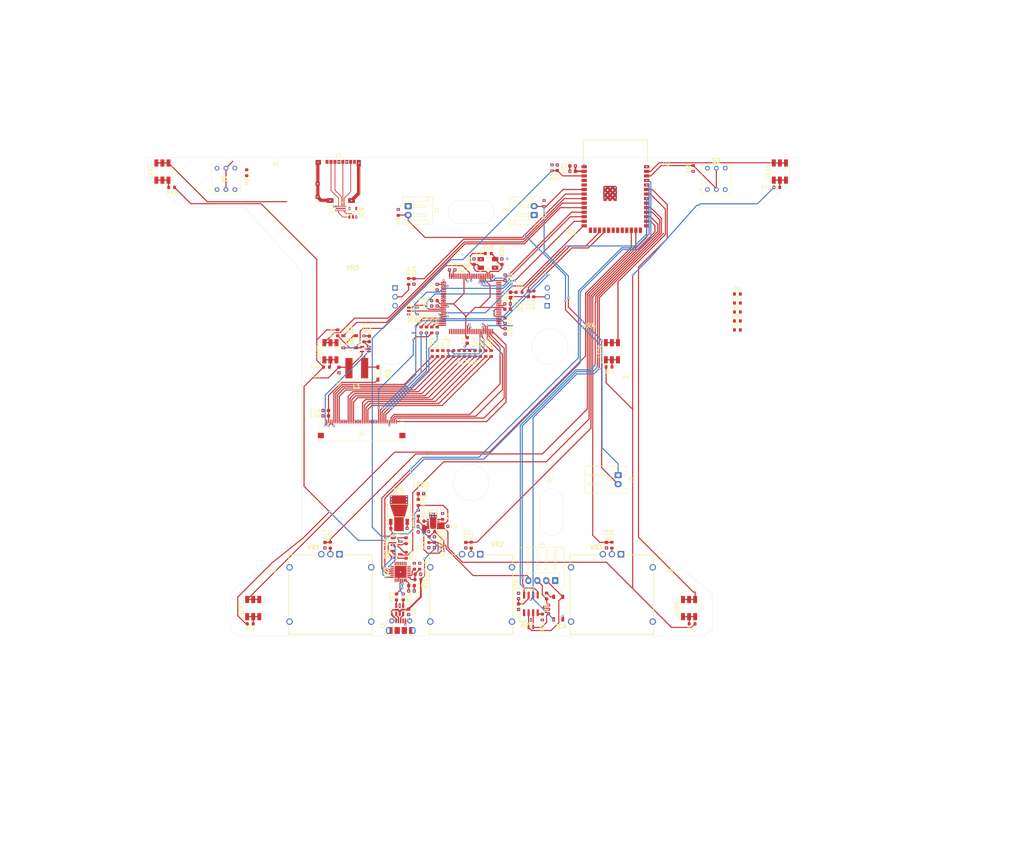
<source format=kicad_pcb>
(kicad_pcb (version 20241229) (generator "pcbnew") (generator_version "9.0")
  (layers (0 "F.Cu" signal) (4 "In1.Cu" signal) (6 "In2.Cu" signal) (2 "B.Cu" signal) (13 "F.Paste" user) (15 "B.Paste" user) (5 "F.SilkS" user "F.Silkscreen") (7 "B.SilkS" user "B.Silkscreen") (1 "F.Mask" user) (3 "B.Mask" user) (25 "Edge.Cuts" user))
  (net 0 "")
  (net 1 "GND")
  (net 2 "+5V")
  (net 3 "/CHIP_PU")
  (net 4 "+3.3V")
  (net 5 "Net-(IC3-VBUS)")
  (net 6 "VLED+")
  (net 7 "VBUS")
  (net 8 "VLED-")
  (net 9 "VCC")
  (net 10 "/CAN-")
  (net 11 "/CAN+")
  (net 12 "/BUTTON_LC")
  (net 13 "/BUTTON_AS")
  (net 14 "/POT_LARB")
  (net 15 "/POT_MAP")
  (net 16 "/POT_RARB")
  (net 17 "/POT_ETC")
  (net 18 "/POT_TC")
  (net 19 "/SHIFT1")
  (net 20 "/SHIFT2")
  (net 21 "/U0TXD")
  (net 22 "/WAIT")
  (net 23 "/RESET")
  (net 24 "/CAN_TERM")
  (net 26 "/LED1")
  (net 27 "/X+")
  (net 28 "/GPIO0")
  (net 29 "/CAN_CTX")
  (net 30 "/MOSI")
  (net 31 "/LED2")
  (net 32 "/CAN_RTX")
  (net 33 "/INT")
  (net 34 "/Y+")
  (net 35 "/X-")
  (net 36 "/LED3")
  (net 37 "/Y-")
  (net 38 "/U0RXD")
  (net 39 "/USER_LED")
  (net 40 "/MISO")
  (net 42 "/RSTB")
  (net 43 "/PROG_D-")
  (net 44 "/PROG_D+")
  (net 45 "/EFUSE IN")
  (net 46 "/ILIM")
  (net 47 "/B3")
  (net 48 "+1.5V")
  (net 49 "/G2")
  (net 50 "/HSYNC")
  (net 51 "Net-(D2-A)")
  (net 52 "/VSYNC")
  (net 53 "/G3")
  (net 54 "/DE")
  (net 55 "/PIXCLK")
  (net 56 "/R3")
  (net 57 "/USR_LED_RSTR")
  (net 58 "/PWR_LED")
  (net 59 "/PWM0")
  (net 60 "Net-(Q1-B)")
  (net 61 "Net-(Q2-B)")
  (net 62 "Net-(D3-A)")
  (net 63 "/BACKLITE_PWM")
  (net 64 "/ST")
  (net 69 "/LED4")
  (net 70 "/LED5")
  (net 71 "/LED6")
  (net 73 "/SPI_CLK")
  (net 74 "/DISP_EN")
  (net 75 "Net-(IC2-EN{slash}UVLO)")
  (net 81 "Net-(IC3-RTS)")
  (net 96 "Net-(IC3-DTR)")
  (net 97 "Net-(IC4-Pad6)")
  (net 102 "unconnected-(J3-ID-Pad4)")
  (net 107 "/B0")
  (net 109 "/B2")
  (net 110 "/B1")
  (net 111 "/G0")
  (net 112 "/R2")
  (net 113 "/R0")
  (net 114 "/R1")
  (net 115 "/G1")
  (net 118 "Net-(U2-Rs)")
  (net 119 "Net-(LED3-A1)")
  (net 120 "Net-(LED4-A1)")
  (net 121 "Net-(LED5-A1)")
  (net 122 "Net-(LED6-A1)")
  (net 123 "Net-(LED7-A1)")
  (net 124 "Net-(LED8-A1)")
  (net 138 "Net-(IC6-PR1)")
  (net 139 "Net-(IC7-XI)")
  (net 140 "Net-(IC7-XO)")
  (net 142 "Net-(IC7-PDAT10)")
  (net 143 "Net-(IC7-DE)")
  (net 147 "Net-(IC7-HSYNC)")
  (net 149 "/SD_CS")
  (net 150 "Net-(IC7-PDAT15)")
  (net 156 "Net-(IC7-PDAT12)")
  (net 157 "Net-(IC7-PDAT7)")
  (net 162 "Net-(IC7-PDAT2)")
  (net 166 "Net-(IC7-PDAT8)")
  (net 170 "Net-(IC7-PCLK)")
  (net 176 "Net-(IC7-PDAT9)")
  (net 177 "Net-(IC7-PDAT1)")
  (net 179 "Net-(IC7-VSYNC)")
  (net 180 "Net-(IC7-PDAT13)")
  (net 182 "unconnected-(IC1-IO46-Pad16)")
  (net 183 "Net-(IC7-PDAT4)")
  (net 184 "/DISP_CS")
  (net 186 "Net-(IC7-PDAT3)")
  (net 187 "Net-(R12-Pad1)")
  (net 188 "Net-(R13-Pad2)")
  (net 189 "/USB_D+")
  (net 190 "/USB_D-")
  (net 191 "/LARB")
  (net 192 "/MAP")
  (net 193 "/RARB")
  (net 194 "/ETC")
  (net 195 "/TC")
  (net 196 "/DISP_MISO")
  (net 197 "Net-(IC7-PDAT0)")
  (net 199 "Net-(IC7-PDAT5)")
  (net 200 "Net-(IC7-PDAT6)")
  (net 201 "Net-(IC7-PDAT11)")
  (net 202 "/SD_MISO")
  (net 203 "/G5")
  (net 204 "/R4")
  (net 205 "/G4")
  (net 206 "/B4")
  (net 207 "Net-(J7-CLK)")
  (net 208 "Net-(J7-CMD)")
  (net 209 "Net-(J7-DAT0)")
  (net 210 "Net-(J7-DAT3{slash}CD)")
  (footprint "MountingHole:MountingHole_3.2mm_M3" (layer "F.Cu") (at 200 50)
    (property "Reference" "H2")
    (property "Value" "M3")
  )
  (footprint "MountingHole:MountingHole_3.2mm_M3" (layer "F.Cu") (at 90.78 50)
    (property "Reference" "H1")
    (property "Value" "M3")
  )
  (footprint "SDM_MiscFootprint:SOT95P280X145-5L" (layer "F.Cu") (at 129.1 87)
    (property "Reference" "IC8")
    (property "Value" "SN74AHC1G125DBVR" (hide yes))
  )
  (footprint "LED_SMD:LED_RGB_5050-6" (layer "F.Cu") (at 84.43 170.142 90)
    (property "Reference" "LED7")
    (property "Value" "Amazon LED")
  )
  (footprint "Resistor_SMD:R_0603_1608Metric" (layer "F.Cu") (at 108.05 93.1 90)
    (property "Reference" "R31")
    (property "Value" "10k")
  )
  (footprint "SDM_MiscFootprint:ESP32S3WROOM1N8R8" (layer "F.Cu") (at 185.75 51.9)
    (property "Reference" "IC1")
    (property "Value" "ESP32-S3-WROOM-1-N8R8" (hide yes))
  )
  (footprint "Capacitor_SMD:C_0603_1608Metric" (layer "F.Cu") (at 126.7 147.85)
    (property "Reference" "C15")
    (property "Value" "10uF")
  )
  (footprint "Capacitor_SMD:C_0603_1608Metric" (layer "F.Cu") (at 108.425 103.5 90)
    (property "Reference" "C21")
    (property "Value" "1uF")
  )
  (footprint "Resistor_SMD:R_0603_1608Metric" (layer "F.Cu") (at 207.5 47.1 90)
    (property "Reference" "R15")
    (property "Value" "10k")
  )
  (footprint "SDM_MiscFootprint:SON50P300X300X100-11L-D" (layer "F.Cu") (at 134.75 146.3249)
    (property "Reference" "IC2")
    (property "Value" "TPS259250DRCR" (hide yes))
  )
  (footprint "Resistor_SMD:R_0603_1608Metric" (layer "F.Cu") (at 230.9 52.4)
    (property "Reference" "R43")
    (property "Value" "220")
  )
  (footprint "Capacitor_SMD:C_0603_1608Metric" (layer "F.Cu") (at 155.59 85)
    (property "Reference" "C34")
    (property "Value" "100nF")
  )
  (footprint "Capacitor_SMD:C_0603_1608Metric" (layer "F.Cu") (at 134.35 153.2249)
    (property "Reference" "C16")
    (property "Value" "1uF")
  )
  (footprint "SDM_MiscFootprint:QFP50P1600X1600X160-100N" (layer "F.Cu") (at 145.39 85 -90)
    (property "Reference" "IC7")
    (property "Value" "RA8875" (hide yes))
  )
  (footprint "Resistor_SMD:R_0603_1608Metric" (layer "F.Cu") (at 106 152.5249 -90)
    (property "Reference" "R22")
    (property "Value" "220")
  )
  (footprint "Package_TO_SOT_SMD:SOT-23-6" (layer "F.Cu") (at 125.4045 170.6124 -90)
    (property "Reference" "U1")
    (property "Value" "USBLC6-2SC6")
  )
  (footprint "Resistor_SMD:R_0603_1608Metric" (layer "F.Cu") (at 165.8 56.9 -90)
    (property "Reference" "R14")
    (property "Value" "10k")
  )
  (footprint "LED_SMD:LED_RGB_5050-6" (layer "F.Cu") (at 231.75 47.968 90)
    (property "Reference" "LED4")
    (property "Value" "Amazon LED")
  )
  (footprint "Capacitor_SMD:C_0603_1608Metric" (layer "F.Cu") (at 135.1 150.9749 -90)
    (property "Reference" "C12")
    (property "Value" "1uF")
  )
  (footprint "SDM_MiscFootprint:SOT96P237X111-3N" (layer "F.Cu") (at 124.55 151.55)
    (property "Reference" "Q1")
    (property "Value" "MMBT2222LT1G" (hide yes))
  )
  (footprint "SDM_MiscFootprint:TLP266J" (layer "F.Cu") (at 169.75 170.0998 90)
    (property "Reference" "IC4")
    (property "Value" "TLP175A_TPL,E" (hide yes))
  )
  (footprint "Resistor_SMD:R_0603_1608Metric" (layer "F.Cu") (at 149.49 98.9 -90)
    (property "Reference" "R32")
    (property "Value" "33")
  )
  (footprint "SDM_MiscFootprint:UQFN-17-3.5x1.2mm_copy" (layer "F.Cu") (at 108.9 58.3 90)
    (property "Reference" "U10")
    (property "Value" "EMIF06-MSD02N16")
  )
  (footprint "Resistor_SMD:R_0603_1608Metric" (layer "F.Cu") (at 144.99 98.9 -90)
    (property "Reference" "R38")
    (property "Value" "33")
  )
  (footprint "LED_SMD:LED_RGB_5050-6" (layer "F.Cu") (at 206.35 170.142 90)
    (property "Reference" "LED8")
    (property "Value" "Amazon LED")
  )
  (footprint "Capacitor_SMD:C_0603_1608Metric" (layer "F.Cu") (at 104.725 116.35 180)
    (property "Reference" "C20")
    (property "Value" "1uF")
  )
  (footprint "Resistor_SMD:R_0603_1608Metric" (layer "F.Cu") (at 131.35 147.3249 180)
    (property "Reference" "R24")
    (property "Value" "10k")
  )
  (footprint "Capacitor_SMD:C_0603_1608Metric" (layer "F.Cu") (at 154.9 77.7 90)
    (property "Reference" "C32")
    (property "Value" "100nF")
  )
  (footprint "Resistor_SMD:R_0603_1608Metric" (layer "F.Cu") (at 134.49 98.9 -90)
    (property "Reference" "R39")
    (property "Value" "33")
  )
  (footprint "Capacitor_SMD:C_0603_1608Metric" (layer "F.Cu") (at 116.9 94.8 90)
    (property "Reference" "C22")
    (property "Value" "100nF")
  )
  (footprint "Connector_JST:JST_XH_S4B-XH-A_1x04_P2.50mm_Horizontal" (layer "F.Cu") (at 168.9 162.4498 180)
    (property "Reference" "J4")
    (property "Value" "Conn_01x04_Socket")
  )
  (footprint "MountingHole:MountingHole_3.2mm_M3" (layer "F.Cu") (at 89.891 163.792)
    (property "Reference" "H5")
    (property "Value" "M3")
  )
  (footprint "SDM_MiscFootprint:SOD3716X135N" (layer "F.Cu") (at 111.4 97.3)
    (property "Reference" "D3")
    (property "Value" "MBR0540T1G" (hide yes))
  )
  (footprint "Resistor_SMD:R_0603_1608Metric" (layer "F.Cu") (at 162.9 82.2 -90)
    (property "Reference" "R49")
    (property "Value" "220")
  )
  (footprint "Resistor_SMD:R_0603_1608Metric" (layer "F.Cu") (at 146.49 98.9 -90)
    (property "Reference" "R29")
    (property "Value" "33")
  )
  (footprint "LED_SMD:LED_RGB_5050-6" (layer "F.Cu") (at 184.76 98.26 90)
    (property "Reference" "LED6")
    (property "Value" "Amazon LED")
  )
  (footprint "Capacitor_SMD:C_0603_1608Metric" (layer "F.Cu") (at 161.4 82.2 -90)
    (property "Reference" "C23")
    (property "Value" "100nF")
  )
  (footprint "Capacitor_SMD:C_0603_1608Metric" (layer "F.Cu") (at 173.775 47.9)
    (property "Reference" "C2")
    (property "Value" "100nF")
  )
  (footprint "Resistor_SMD:R_0603_1608Metric" (layer "F.Cu") (at 127.9 78.725 -90)
    (property "Reference" "R54")
    (property "Value" "220")
  )
  (footprint "Capacitor_SMD:C_0603_1608Metric" (layer "F.Cu") (at 135.89 80.3 90)
    (property "Reference" "C27")
    (property "Value" "100nF")
  )
  (footprint "Connector_JST:JST_EH_S2B-EH_1x02_P2.50mm_Horizontal" (layer "F.Cu") (at 127.78 57.64 -90)
    (property "Reference" "J1")
    (property "Value" "Conn_01x02")
  )
  (footprint "SDM_MiscFootprint:PCW1JB24KEB103L" (layer "F.Cu") (at 145.39 166.3349 180)
    (property "Reference" "VR2")
    (property "Value" "PCW1J-B24-KEB103L" (hide yes))
  )
  (footprint "Resistor_SMD:R_0603_1608Metric" (layer "F.Cu") (at 83.6 174.55)
    (property "Reference" "R46")
    (property "Value" "220")
  )
  (footprint "Capacitor_SMD:C_0603_1608Metric" (layer "F.Cu") (at 135.115 84.1 180)
    (property "Reference" "C35")
    (property "Value" "100nF")
  )
  (footprint "Connector_JST:JST_XH_S2B-XH-A_1x02_P2.50mm_Horizontal" (layer "F.Cu") (at 186.495 132.95 -90)
    (property "Reference" "J6")
    (property "Value" "Conn_01x02_Pin")
  )
  (footprint "Resistor_SMD:R_0603_1608Metric" (layer "F.Cu") (at 61.6 52.4 180)
    (property "Reference" "R42")
    (property "Value" "220")
  )
  (footprint "Capacitor_SMD:C_0603_1608Metric" (layer "F.Cu") (at 144.29 95.225 90)
    (property "Reference" "C31")
    (property "Value" "100nF")
  )
  (footprint "Resistor_SMD:R_0603_1608Metric" (layer "F.Cu") (at 150.99 98.9 -90)
    (property "Reference" "R33")
    (property "Value" "33")
  )
  (footprint "Capacitor_SMD:C_0603_1608Metric" (layer "F.Cu") (at 130.5045 160.6624)
    (property "Reference" "C9")
    (property "Value" "1uF")
  )
  (footprint "Connector_JST:JST_EH_S2B-EH_1x02_P2.50mm_Horizontal" (layer "F.Cu") (at 163 60.14 90)
    (property "Reference" "J2")
    (property "Value" "Conn_01x02")
  )
  (footprint "Resistor_SMD:R_0603_1608Metric" (layer "F.Cu") (at 165.3 172.6498 90)
    (property "Reference" "R26")
    (property "Value" "10k")
  )
  (footprint "SDM_MiscFootprint:SOD3716X135N" (layer "F.Cu") (at 111.4 93.9)
    (property "Reference" "D4")
    (property "Value" "MBR0540T1G" (hide yes))
  )
  (footprint "Resistor_SMD:R_0603_1608Metric" (layer "F.Cu") (at 104.925 102.7)
    (property "Reference" "R44")
    (property "Value" "220")
  )
  (footprint "MountingHole:MountingHole_3.2mm_M3" (layer "F.Cu") (at 102.21 109.69)
    (property "Reference" "H3")
    (property "Value" "M3")
  )
  (footprint "Capacitor_SMD:C_0603_1608Metric" (layer "F.Cu") (at 128.7045 165.3624)
    (property "Reference" "C7")
    (property "Value" "4.7uF")
  )
  (footprint "Capacitor_SMD:C_0603_1608Metric" (layer "F.Cu") (at 154.9 92.675 -90)
    (property "Reference" "C28")
    (property "Value" "100nF")
  )
  (footprint "Resistor_SMD:R_0603_1608Metric" (layer "F.Cu") (at 140.49 98.9 -90)
    (property "Reference" "R35" (hide yes))
    (property "Value" "33")
  )
  (footprint "Resistor_SMD:R_0603_1608Metric" (layer "F.Cu") (at 219.87 82.245)
    (property "Reference" "R6")
    (property "Value" "33")
  )
  (footprint "SDM_MiscFootprint:SOD3716X135N" (layer "F.Cu") (at 119.3 104.45 90)
    (property "Reference" "D2")
    (property "Value" "MBR0540T1G" (hide yes))
  )
  (footprint "Resistor_SMD:R_0603_1608Metric" (layer "F.Cu") (at 145.4 152.5249 -90)
    (property "Reference" "R27")
    (property "Value" "220")
  )
  (footprint "Capacitor_SMD:C_0603_1608Metric" (layer "F.Cu") (at 173.775 46.4)
    (property "Reference" "C1")
    (property "Value" "10uF")
  )
  (footprint "SDM_MiscFootprint:PCW1JB24KEB103L" (layer "F.Cu") (at 106.02 166.3349 180)
    (property "Reference" "VR1")
    (property "Value" "PCW1J-B24-KEB103L" (hide yes))
  )
  (footprint "Resistor_SMD:R_0603_1608Metric" (layer "F.Cu") (at 207.2 174.55 180)
    (property "Reference" "R47")
    (property "Value" "220")
  )
  (footprint "SDM_MiscFootprint:PCW1JB24KEB103L" (layer "F.Cu") (at 184.76 166.3349 180)
    (property "Reference" "VR3")
    (property "Value" "PCW1J-B24-KEB103L" (hide yes))
  )
  (footprint "Resistor_SMD:R_0603_1608Metric" (layer "F.Cu") (at 219.87 84.755)
    (property "Reference" "R10")
    (property "Value" "33")
  )
  (footprint "Connector_FFC-FPC:Omron_XF2M-4015-1A_1x40-1MP_P0.5mm_Horizontal" (layer "F.Cu") (at 114.75 120)
    (property "Reference" "J5")
    (property "Value" "Conn_01x40_Pin")
  )
  (footprint "LED_SMD:LED_RGB_5050-6" (layer "F.Cu") (at 59.03 47.968 90)
    (property "Reference" "LED3")
    (property "Value" "Amazon LED")
  )
  (footprint "Resistor_SMD:R_0603_1608Metric" (layer "F.Cu") (at 135.99 98.9 -90)
    (property "Reference" "R40")
    (property "Value" "33")
  )
  (footprint "Resistor_SMD:R_0603_1608Metric" (layer "F.Cu") (at 115.4 94.8 -90)
    (property "Reference" "R34")
    (property "Value" "5.05")
  )
  (footprint "Capacitor_SMD:C_0603_1608Metric" (layer "F.Cu") (at 123.7 147.85 180)
    (property "Reference" "C14")
    (property "Value" "10uF")
  )
  (footprint "SDM_MiscFootprint:SOT65P210X110-5N" (layer "F.Cu") (at 115.85 97.65 180)
    (property "Reference" "PS1")
    (property "Value" "TPS61169DCKR" (hide yes))
  )
  (footprint "SDM_MiscFootprint:SOT96P237X111-3N" (layer "F.Cu") (at 124.502 155.0999)
    (property "Reference" "Q2")
    (property "Value" "MMBT2222LT1G" (hide yes))
  )
  (footprint "Resistor_SMD:R_0603_1608Metric" (layer "F.Cu") (at 138.99 98.9 -90)
    (property "Reference" "R48")
    (property "Value" "33")
  )
  (footprint "Resistor_SMD:R_0603_1608Metric" (layer "F.Cu") (at 150.19 70.9)
    (property "Reference" "R55")
    (property "Value" "1M")
  )
  (footprint "Resistor_SMD:R_0603_1608Metric" (layer "F.Cu") (at 143.49 98.9 -90)
    (property "Reference" "R37")
    (property "Value" "33")
  )
  (footprint "Resistor_SMD:R_0603_1608Metric" (layer "F.Cu") (at 219.87 87.265)
    (property "Reference" "R57")
    (property "Value" "33")
  )
  (footprint "Resistor_SMD:R_0603_1608Metric" (layer "F.Cu") (at 130.6 140.5749 90)
    (property "Reference" "R25")
    (property "Value" "68")
  )
  (footprint "Resistor_SMD:R_0603_1608Metric" (layer "F.Cu") (at 134.39 92.3 -90)
    (property "Reference" "R52")
    (property "Value" "33")
  )
  (footprint "Capacitor_SMD:C_0603_1608Metric" (layer "F.Cu") (at 183.25 152.5249 -90)
    (property "Reference" "C18")
    (property "Value" "100nF")
  )
  (footprint "Resistor_SMD:R_0603_1608Metric" (layer "F.Cu") (at 166.5 166.7498 -90)
    (property "Reference" "R21")
    (property "Value" "120")
  )
  (footprint "Connector_USB:USB_Micro-B_Molex-105017-0001" (layer "F.Cu") (at 125.7045 175.1749)
    (property "Reference" "J3")
    (property "Value" "ESP_USB")
  )
  (footprint "Resistor_SMD:R_0603_1608Metric" (layer "F.Cu") (at 124.5045 167.0124 -90)
    (property "Reference" "R13")
    (property "Value" "27")
  )
  (footprint "Resistor_SMD:R_0603_1608Metric" (layer "F.Cu") (at 127.2 155.3749 90)
    (property "Reference" "R5")
    (property "Value" "10k")
  )
  (footprint "Resistor_SMD:R_0603_1608Metric" (layer "F.Cu") (at 183.95 102.65)
    (property "Reference" "R45")
    (property "Value" "220")
  )
  (footprint "SDM_MiscFootprint:BWVS006060454R7ML1" (layer "F.Cu") (at 113.4 103 90)
    (property "Reference" "L1")
    (property "Value" "4.7uH" (hide yes))
  )
  (footprint "SDM_MiscFootprint:LEDC1608X80N" (layer "F.Cu") (at 156.4 82.5 90)
    (property "Reference" "LED1")
    (property "Value" "150060GS75000" (hide yes))
  )
  (footprint "Resistor_SMD:R_0603_1608Metric" (layer "F.Cu") (at 82.6 48.3 90)
    (property "Reference" "R8")
    (property "Value" "10k")
  )
  (footprint "Capacitor_SMD:C_0603_1608Metric" (layer "F.Cu") (at 138.1 147.2749)
    (property "Reference" "C5")
    (property "Value" "1uF")
  )
  (footprint "SDM_MiscFootprint:MHPS2285V" (layer "F.Cu") (at 211.47 53)
    (property "Reference" "S2")
    (property "Value" "MHPS2285V" (hide yes))
  )
  (footprint "Capacitor_SMD:C_0603_1608Metric" (layer "F.Cu") (at 143.9 152.5249 -90)
    (property "Reference" "C17")
    (property "Value" "100nF")
  )
  (footprint "Capacitor_SMD:C_0603_1608Metric" (layer "F.Cu") (at 131.35 148.8249 180)
    (property "Reference" "C4")
    (property "Value" "100nF")
  )
  (footprint "SDM_MiscFootprint:LEDC1608X80N" (layer "F.Cu") (at 131.35 138.1249 180)
    (property "Reference" "LED2")
    (property "Value" "150060RS75000" (hide yes))
  )
  (footprint "Capacitor_SMD:C_0603_1608Metric" (layer "F.Cu") (at 146.19 73.2 90)
    (property "Reference" "C30")
    (property "Value" "15pF")
  )
  (footprint "Resistor_SMD:R_0603_1608Metric" (layer "F.Cu") (at 133.6 150.9749 -90)
    (property "Reference" "R19")
    (property "Value" "10k")
  )
  (footprint "SDM_MiscFootprint:P091N2QC20BR10K" (layer "F.Cu") (at 124.1 80.52 180)
    (property "Reference" "VR5")
    (property "Value" "P091N-2QC20BR10K" (hide yes))
  )
  (footprint "Resistor_SMD:R_0603_1608Metric" (layer "F.Cu") (at 158.8 81.75)
    (property "Reference" "R2")
    (property "Value" "5.05")
  )
  (footprint "Capacitor_SMD:C_0603_1608Metric" (layer "F.Cu") (at 140.09 75.5)
    (property "Reference" "C25")
    (property "Value" "100nF")
  )
  (footprint "Capacitor_SMD:C_0603_1608Metric" (layer "F.Cu") (at 153.99 73.2 -90)
    (property "Reference" "C29")
    (property "Value" "15pF")
  )
  (footprint "Capacitor_SMD:C_0603_1608Metric" (layer "F.Cu") (at 104.5 152.5249 -90)
    (property "Reference" "C13")
    (property "Value" "100nF")
  )
  (footprint "Resistor_SMD:R_0603_1608Metric" (layer "F.Cu") (at 129.5 158.4249 90)
    (property "Reference" "R17")
    (property "Value" "1k")
  )
  (footprint "Resistor_SMD:R_0603_1608Metric" (layer "F.Cu") (at 141.99 98.9 -90)
    (property "Reference" "R36" (hide yes))
    (property "Value" "33")
  )
  (footprint "MountingHole:MountingHole_3.2mm_M3" (layer "F.Cu") (at 188.57 109.69)
    (property "Reference" "H4")
    (property "Value" "M3")
  )
  (footprint "Resistor_SMD:R_0603_1608Metric" (layer "F.Cu") (at 126.4045 167.0124 90)
    (property "Reference" "R12")
    (property "Value" "27")
  )
  (footprint "Resistor_SMD:R_0603_1608Metric" (layer "F.Cu") (at 184.75 152.5249 -90)
    (property "Reference" "R28")
    (property "Value" "220")
  )
  (footprint "Package_SO:SOIC-8_3.9x4.9mm_P1.27mm" (layer "F.Cu") (at 162.1 168.9748 -90)
    (property "Reference" "U2")
    (property "Value" "SN65HVD230")
  )
  (footprint "Resistor_SMD:R_0603_1608Metric" (layer "F.Cu") (at 219.87 92.285)
    (property "Reference" "R59")
    (property "Value" "10k")
  )
  (footprint "SDM_MiscFootprint:MHPS2285V" (layer "F.Cu") (at 74.31 53)
    (property "Reference" "S1")
    (property "Value" "MHPS2285V" (hide yes))
  )
  (footprint "Connector_Card:microSD_HC_Molex_104031-0811" (layer "F.Cu") (at 108.2 50.7)
    (property "Reference" "J7")
    (property "Value" "Molex_1040310811")
  )
  (footprint "Capacitor_SMD:C_0603_1608Metric" (layer "F.Cu") (at 169.5 46.9 90)
    (property "Reference" "C3")
    (property "Value" "1uF")
  )
  (footprint "Capacitor_SMD:C_0603_1608Metric" (layer "F.Cu") (at 104.725 114.85 180)
    (property "Reference" "C19")
    (property "Value" "1uF")
  )
  (footprint "Capacitor_SMD:C_0603_1608Metric" (layer "F.Cu") (at 127.9045 171.1874 90)
    (property "Reference" "C6")
    (property "Value" "1uF")
  )
  (footprint "Resistor_SMD:R_0603_1608Metric" (layer "F.Cu") (at 125 59.4 -90)
    (property "Reference" "R9")
    (property "Value" "10k")
  )
  (footprint "Resistor_SMD:R_0603_1608Metric" (layer "F.Cu") (at 135.89 92.3 -90)
    (property "Reference" "R53")
    (property "Value" "33")
  )
  (footprint "Resistor_SMD:R_0603_1608Metric" (layer "F.Cu") (at 130.5045 162.1624)
    (property "Reference" "R16")
    (property "Value" "22.1K")
  )
  (footprint "Resistor_SMD:R_0603_1608Metric" (layer "F.Cu") (at 168 46.9 -90)
    (property "Reference" "R3")
    (property "Value" "10k")
  )
  (footprint "Resistor_SMD:R_0603_1608Metric" (layer "F.Cu") (at 219.87 89.775)
    (property "Reference" "R58")
    (property "Value" "33")
  )
  (footprint "SDM_MiscFootprint:P091N2QC20BR10K" (layer "F.Cu") (at 166.68 85.52)
    (property "Reference" "VR4")
    (property "Value" "P091N-2QC20BR10K" (hide yes))
  )
  (footprint "Resistor_SMD:R_0603_1608Metric" (layer "F.Cu") (at 134.35 148.7249)
    (property "Reference" "R20")
    (property "Value" "10k")
  )
  (footprint "Resistor_SMD:R_0603_1608Metric" (layer "F.Cu") (at 130.6 143.5749 -90)
    (property "Reference" "R23")
    (property "Value" "0")
  )
  (footprint "SDM_MiscFootprint:QFN50P500X500X80-29N-D" (layer "F.Cu") (at 125.6545 160.0124 90)
    (property "Reference" "IC3")
    (property "Value" "CP2102N-A02-GQFN28" (hide yes))
  )
  (footprint "SDM_MiscFootprint:SOT95P280X145-5L" (layer "F.Cu") (at 112.3 59.5 90)
    (property "Reference" "IC9")
    (property "Value" "SN74AHC1G125DBVR" (hide yes))
  )
  (footprint "Resistor_SMD:R_0603_1608Metric" (layer "F.Cu") (at 147.99 98.9 -90)
    (property "Reference" "R30")
    (property "Value" "33")
  )
  (footprint "SDM_MiscFootprint:SOTFL50P160X60-8L" (layer "F.Cu") (at 136.95 152.7749 180)
    (property "Reference" "IC6")
    (property "Value" "TPS2116DRLR" (hide yes))
  )
  (footprint "SDM_MiscFootprint:SOT230P700X180-4N" (layer "F.Cu") (at 125.2 142.85 90)
    (property "Reference" "IC5")
    (property "Value" "MIC37100-3.3WS" (hide yes))
  )
  (footprint "Resistor_SMD:R_0603_1608Metric" (layer "F.Cu") (at 132.89 92.3 -90)
    (property "Reference" "R51")
    (property "Value" "33")
  )
  (footprint "Resistor_SMD:R_0603_1608Metric" (layer "F.Cu") (at 137.49 98.9 -90)
    (property "Reference" "R41")
    (property "Value" "33")
  )
  (footprint "SDM_MiscFootprint:ABM3B" (layer "F.Cu") (at 150.09 73.7)
    (property "Reference" "Y1")
    (property "Value" "ABM3B-20.000MHZ-10-1-U-T" (hide yes))
  )
  (footprint "Capacitor_SMD:C_0603_1608Metric" (layer "F.Cu") (at 158.65 166.7498 90)
    (property "Reference" "C10")
    (property "Value" "100nF")
  )
  (footprint "Resistor_SMD:R_0603_1608Metric" (layer "F.Cu") (at 131.39 92.3 -90)
    (property "Reference" "R50")
    (property "Value" "33")
  )
  (footprint "Resistor_SMD:R_0603_1608Metric" (layer "F.Cu") (at 137.4 144.4749 -90)
    (property "Reference" "R4")
    (property "Value" "60.4k")
  )
  (footprint "MountingHole:MountingHole_3.2mm_M3" (layer "F.Cu") (at 200.889 163.792)
    (property "Reference" "H6")
    (property "Value" "M3")
  )
  (footprint "Capacitor_SMD:C_0603_1608Metric" (layer "F.Cu") (at 128.7045 163.8624 180)
    (property "Reference" "C8")
    (property "Value" "100nF")
  )
  (footprint "Capacitor_SMD:C_0603_1608Metric" (layer "F.Cu") (at 129.4 78.725 -90)
    (property "Reference" "C26")
    (property "Value" "100nF")
  )
  (footprint "Capacitor_SMD:C_0603_1608Metric" (layer "F.Cu") (at 158.65 169.7498 -90)
    (property "Reference" "C11")
    (property "Value" "100nF")
  )
  (footprint "Capacitor_SMD:C_0603_1608Metric" (layer "F.Cu") (at 154.89 89.7 -90)
    (property "Reference" "C24")
    (property "Value" "1uF")
  )
  (footprint "Capacitor_SMD:C_0603_1608Metric" (layer "F.Cu") (at 155.59 86.5)
    (property "Reference" "C36")
    (property "Value" "100nF")
  )
  (footprint "LED_SMD:LED_RGB_5050-6" (layer "F.Cu") (at 106.02 98.26 90)
    (property "Reference" "LED5")
    (property "Value" "Amazon LED")
  )
  (footprint "SDM_MiscFootprint:SOT65P210X110-3N" (layer "F.Cu") (at 162.1 174.4998 90)
    (property "Reference" "D1")
    (property "Value" "ESDCAN03-2BWY" (hide yes))
  )
  (footprint "Resistor_SMD:R_0603_1608Metric" (layer "F.Cu") (at 131.35 145.8249 180)
    (property "Reference" "R7")
    (property "Value" "1M")
  )
  (footprint "Capacitor_SMD:C_0603_1608Metric" (layer "F.Cu") (at 135.115 85.6)
    (property "Reference" "C33")
    (property "Value" "100nF")
  )
  (footprint "Resistor_SMD:R_0603_1608Metric" (layer "F.Cu") (at 127.2 151.3 -90)
    (property "Reference" "R1")
    (property "Value" "10k")
  )
  (footprint "Resistor_SMD:R_0603_1608Metric" (layer "F.Cu") (at 131 158.4249 90)
    (property "Reference" "R18")
    (property "Value" "47.5K")
  )
  (gr_line (start 192.8588 149.76878) (end 192.8588 76.207107) (stroke (width 0.05)) (layer "Edge.Cuts"))
  (gr_line (start 225.990294 57.904368) (end 236.652886 50.149756) (stroke (width 0.05)) (layer "Edge.Cuts"))
  (gr_arc (start 192.8588 76.207107) (mid 192.896854 76.01576) (end 193.005247 75.853553) (stroke (width 0.05)) (layer "Edge.Cuts"))
  (gr_circle (center 167.39 96.99) (end 172.39 96.99) (stroke (width 0.05)) (fill no) (layer "Edge.Cuts"))
  (gr_arc (start 171.159 146.527) (mid 167.889 149.792004) (end 164.619 146.527) (stroke (width 0.05)) (layer "Edge.Cuts"))
  (gr_arc (start 236.3588 44) (mid 236.712353 44.146447) (end 236.8588 44.5) (stroke (width 0.05)) (layer "Edge.Cuts"))
  (gr_line (start 78.176176 165.850231) (end 97.823824 150.14975) (stroke (width 0.05)) (layer "Edge.Cuts"))
  (gr_circle (center 145.39 135.09) (end 150.39 135.09) (stroke (width 0.05)) (fill no) (layer "Edge.Cuts"))
  (gr_line (start 142.215 55.948) (end 148.565 55.948) (stroke (width 0.05)) (layer "Edge.Cuts"))
  (gr_line (start 164.619 146.527) (end 164.619 140.062) (stroke (width 0.05)) (layer "Edge.Cuts"))
  (gr_line (start 97.853553 75.853553) (end 82.146446 58.146446) (stroke (width 0.05)) (layer "Edge.Cuts"))
  (gr_line (start 236.3588 44) (end 54.5 44) (stroke (width 0.05)) (layer "Edge.Cuts"))
  (gr_line (start 98 149.76878) (end 98 76.207107) (stroke (width 0.05)) (layer "Edge.Cuts"))
  (gr_arc (start 81.792893 58) (mid 81.984236 58.038058) (end 82.146446 58.146446) (stroke (width 0.05)) (layer "Edge.Cuts"))
  (gr_arc (start 142.215 62.488) (mid 138.949996 59.218) (end 142.215 55.948) (stroke (width 0.05)) (layer "Edge.Cuts"))
  (gr_line (start 212.8588 175.876994) (end 212.8588 166.23122) (stroke (width 0.05)) (layer "Edge.Cuts"))
  (gr_arc (start 212.682624 165.85025) (mid 212.812632 166.02135) (end 212.8588 166.23122) (stroke (width 0.05)) (layer "Edge.Cuts"))
  (gr_line (start 171.159 146.527) (end 171.159 140.062) (stroke (width 0.05)) (layer "Edge.Cuts"))
  (gr_arc (start 80.568533 177.9502) (mid 80.40883 177.924009) (end 80.265855 177.848177) (stroke (width 0.05)) (layer "Edge.Cuts"))
  (gr_line (start 193.005247 75.853553) (end 208.712354 58.146446) (stroke (width 0.05)) (layer "Edge.Cuts"))
  (gr_line (start 212.682624 165.850231) (end 193.034976 150.14975) (stroke (width 0.05)) (layer "Edge.Cuts"))
  (gr_line (start 142.215 62.488) (end 148.565 62.488) (stroke (width 0.05)) (layer "Edge.Cuts"))
  (gr_arc (start 164.619 140.062) (mid 167.889 136.792) (end 171.159 140.062) (stroke (width 0.05)) (layer "Edge.Cuts"))
  (gr_arc (start 78.197322 176.274971) (mid 78.052041 176.099098) (end 78 175.876994) (stroke (width 0.05)) (layer "Edge.Cuts"))
  (gr_line (start 81.792893 58) (end 65.162592 58) (stroke (width 0.05)) (layer "Edge.Cuts"))
  (gr_line (start 212.661478 176.274971) (end 210.592945 177.848177) (stroke (width 0.05)) (layer "Edge.Cuts"))
  (gr_line (start 209.065907 58) (end 225.696208 58) (stroke (width 0.05)) (layer "Edge.Cuts"))
  (gr_arc (start 208.712354 58.146446) (mid 208.874566 58.03806) (end 209.065907 58) (stroke (width 0.05)) (layer "Edge.Cuts"))
  (gr_arc (start 236.8588 49.745388) (mid 236.804358 49.972277) (end 236.652886 50.149756) (stroke (width 0.05)) (layer "Edge.Cuts"))
  (gr_arc (start 54.205914 50.149756) (mid 54.054447 49.972276) (end 54 49.745388) (stroke (width 0.05)) (layer "Edge.Cuts"))
  (gr_line (start 236.8588 49.745388) (end 236.8588 44.5) (stroke (width 0.05)) (layer "Edge.Cuts"))
  (gr_line (start 80.568533 177.9502) (end 210.290267 177.9502) (stroke (width 0.05)) (layer "Edge.Cuts"))
  (gr_line (start 78.197322 176.274971) (end 80.265855 177.848177) (stroke (width 0.05)) (layer "Edge.Cuts"))
  (gr_arc (start 78 166.23122) (mid 78.046176 166.021356) (end 78.176176 165.85025) (stroke (width 0.05)) (layer "Edge.Cuts"))
  (gr_line (start 78 175.876994) (end 78 166.23122) (stroke (width 0.05)) (layer "Edge.Cuts"))
  (gr_arc (start 65.162592 58) (mid 65.007968 57.975493) (end 64.868506 57.904368) (stroke (width 0.05)) (layer "Edge.Cuts"))
  (gr_arc (start 98 149.76878) (mid 97.953831 149.978652) (end 97.823824 150.14975) (stroke (width 0.05)) (layer "Edge.Cuts"))
  (gr_arc (start 148.565 55.948) (mid 151.835 59.218) (end 148.565 62.488) (stroke (width 0.05)) (layer "Edge.Cuts"))
  (gr_line (start 64.868506 57.904368) (end 54.205914 50.149756) (stroke (width 0.05)) (layer "Edge.Cuts"))
  (gr_line (start 54 49.745388) (end 54 44.5) (stroke (width 0.05)) (layer "Edge.Cuts"))
  (gr_arc (start 210.592945 177.848177) (mid 210.449975 177.924019) (end 210.290267 177.9502) (stroke (width 0.05)) (layer "Edge.Cuts"))
  (gr_circle (center 123.39 96.99) (end 128.39 96.99) (stroke (width 0.05)) (fill no) (layer "Edge.Cuts"))
  (gr_arc (start 225.990294 57.904368) (mid 225.850829 57.975489) (end 225.696208 58) (stroke (width 0.05)) (layer "Edge.Cuts"))
  (gr_arc (start 54 44.5) (mid 54.146447 44.146447) (end 54.5 44) (stroke (width 0.05)) (layer "Edge.Cuts"))
  (gr_arc (start 97.853553 75.853553) (mid 97.961937 76.015765) (end 98 76.207107) (stroke (width 0.05)) (layer "Edge.Cuts"))
  (gr_arc (start 212.8588 175.876994) (mid 212.806759 176.099098) (end 212.661478 176.274971) (stroke (width 0.05)) (layer "Edge.Cuts"))
  (gr_arc (start 193.034976 150.14975) (mid 192.904975 149.978648) (end 192.8588 149.76878) (stroke (width 0.05)) (layer "Edge.Cuts"))
  (gr_text "J2" (at 167.602 134.365 180) (layer "F.SilkS") (effects (font (size 1 1))))
  (segment (start 148.89 91.762276) (end 148.637901 91.510177) (width 0.3) (layer "F.Cu") (net 1))
  (segment (start 151.8 86.9) (end 152.2 86.5) (width 0.3) (layer "F.Cu") (net 1))
  (segment (start 105.96 56.0625) (end 103.435 56.0625) (width 1) (layer "F.Cu") (net 1))
  (segment (start 182.85 52.46) (end 182.9 52.46) (width 1) (layer "F.Cu") (net 1))
  (segment (start 137.652 85.5) (end 138.59759 85.5) (width 0.3) (layer "F.Cu") (net 1))
  (segment (start 118.5 117.95) (end 119 117.95) (width 0.3) (layer "F.Cu") (net 1))
  (segment (start 151.39 77.262) (end 151.752 77.262) (width 0.3) (layer "F.Cu") (net 1))
  (segment (start 152.2 86.5) (end 153.128 86.5) (width 0.3) (layer "F.Cu") (net 1))
  (segment (start 106 117.95) (end 106 118.65) (width 0.3) (layer "F.Cu") (net 1))
  (segment (start 154.465 88.5) (end 154.89 88.925) (width 0.3) (layer "F.Cu") (net 1))
  (segment (start 182.9 52.46) (end 184.25 52.46) (width 1) (layer "F.Cu") (net 1))
  (segment (start 182.85 55.26) (end 182.85 53.86) (width 1) (layer "F.Cu") (net 1))
  (segment (start 151.8 87.5) (end 151.8 86.9) (width 0.3) (layer "F.Cu") (net 1))
  (segment (start 161.4 82.975) (end 156.675 82.975) (width 0.3) (layer "F.Cu") (net 1))
  (segment (start 138.59759 85.5) (end 138.885649 85.788059) (width 0.3) (layer "F.Cu") (net 1))
  (segment (start 148.89 92.738) (end 148.89 91.762276) (width 0.3) (layer "F.Cu") (net 1))
  (segment (start 184.25 55.26) (end 182.9 55.26) (width 1) (layer "F.Cu") (net 1))
  (segment (start 127.0045 173.7124) (end 127.0045 174.8124) (width 0.5) (layer "F.Cu") (net 1))
  (segment (start 182.85 53.86) (end 182.85 52.46) (width 1) (layer "F.Cu") (net 1))
  (segment (start 106 118.65) (end 105.5 119.15) (width 0.3) (layer "F.Cu") (net 1))
  (segment (start 113.75 117.95) (end 114 117.95) (width 0.3) (layer "F.Cu") (net 1))
  (segment (start 156.675 82.975) (end 156.4 83.25) (width 0.3) (layer "F.Cu") (net 1))
  (segment (start 102.46 51.4) (end 102.46 51.3875) (width 1) (layer "F.Cu") (net 1))
  (segment (start 182.9 53.86) (end 184.25 53.86) (width 1) (layer "F.Cu") (net 1))
  (segment (start 162.735 166.4998) (end 162.735 167.127974) (width 0.3) (layer "F.Cu") (net 1))
  (segment (start 137.652 79) (end 137.652 78.438) (width 0.3) (layer "F.Cu") (net 1))
  (segment (start 184.25 53.86) (end 184.3 53.86) (width 1) (layer "F.Cu") (net 1))
  (segment (start 184.3 52.46) (end 185.65 52.46) (width 1) (layer "F.Cu") (net 1))
  (segment (start 137.652 84.5) (end 137.652 84) (width 0.3) (layer "F.Cu") (net 1))
  (segment (start 118 117.95) (end 118.5 117.95) (width 0.3) (layer "F.Cu") (net 1))
  (segment (start 137.652 83) (end 137.652 82.5) (width 0.3) (layer "F.Cu") (net 1))
  (segment (start 137.652 83) (end 137.652 83.5) (width 0.3) (layer "F.Cu") (net 1))
  (segment (start 185.65 53.86) (end 185.65 55.26) (width 1) (layer "F.Cu") (net 1))
  (segment (start 146.39 77.262) (end 145.89 77.262) (width 0.3) (layer "F.Cu") (net 1))
  (segment (start 122.5 117.95) (end 122.5 119) (width 0.3) (layer "F.Cu") (net 1))
  (segment (start 144.39 91.15) (end 144.39 92.738) (width 0.3) (layer "F.Cu") (net 1))
  (segment (start 184.25 52.46) (end 184.3 52.46) (width 1) (layer "F.Cu") (net 1))
  (segment (start 151.752 77.262) (end 151.79 77.3) (width 0.3) (layer "F.Cu") (net 1))
  (segment (start 115.45 94.025) (end 115.4 93.975) (width 0.3) (layer "F.Cu") (net 1))
  (segment (start 115.4 93.975) (end 116.85 93.975) (width 0.3) (layer "F.Cu") (net 1))
  (segment (start 184.25 52.46) (end 184.25 53.86) (width 1) (layer "F.Cu") (net 1))
  (segment (start 113.955 45.5875) (end 113.955 54.0375) (width 1) (layer "F.Cu") (net 1))
  (segment (start 151.8 88.15) (end 152.15 88.5) (width 0.3) (layer "F.Cu") (net 1))
  (segment (start 149.28038 79.30962) (end 149.28038 79.29038) (width 0.3) (layer "F.Cu") (net 1))
  (segment (start 117 117.95) (end 117.5 117.95) (width 0.3) (layer "F.Cu") (net 1))
  (segment (start 185.65 52.46) (end 185.65 53.8) (width 1) (layer "F.Cu") (net 1))
  (segment (start 103.435 56.0625) (end 102.46 55.0875) (width 1) (layer "F.Cu") (net 1))
  (segment (start 109.75 117.95) (end 110 117.95) (width 0.3) (layer "F.Cu") (net 1))
  (segment (start 102.46 51.3875) (end 102.46 45.5375) (width 1) (layer "F.Cu") (net 1))
  (segment (start 127.7285 172.0884) (end 127.9045 171.9124) (width 0.5) (layer "F.Cu") (net 1))
  (segment (start 153.128 88.5) (end 154.465 88.5) (width 0.3) (layer "F.Cu") (net 1))
  (segment (start 113 117.95) (end 113.5 117.95) (width 0.3) (layer "F.Cu") (net 1))
  (segment (start 182.85 53.86) (end 182.9 53.86) (width 1) (layer "F.Cu") (net 1))
  (segment (start 144.29 96.261796) (end 143.59 96.961796) (width 0.3) (layer "F.Cu") (net 1))
  (segment (start 185.65 53.8) (end 185.65 53.86) (width 1) (layer "F.Cu") (net 1))
  (segment (start 152.15 88.5) (end 153.128 88.5) (width 0.3) (layer "F.Cu") (net 1))
  (segment (start 102.46 45.5375) (end 102.635 45.3625) (width 1) (layer "F.Cu") (net 1))
  (segment (start 137.652 88.5) (end 138.79 88.5) (width 0.3) (layer "F.Cu") (net 1))
  (segment (start 144.84 90.7) (end 144.39 91.15) (width 0.3) (layer "F.Cu") (net 1))
  (segment (start 140.39 75.975) (end 140.865 75.5) (width 0.3) (layer "F.Cu") (net 1))
  (segment (start 113.955 54.0375) (end 111.93 56.0625) (width 1) (layer "F.Cu") (net 1))
  (segment (start 109.5 117.95) (end 109.75 117.95) (width 0.3) (layer "F.Cu") (net 1))
  (segment (start 184.25 53.86) (end 184.25 55.26) (width 1) (layer "F.Cu") (net 1))
  (segment (start 102.46 55.0875) (end 102.46 51.4) (width 1) (layer "F.Cu") (net 1))
  (segment (start 109 117.95) (end 109.5 117.95) (width 0.3) (layer "F.Cu") (net 1))
  (segment (start 162.735 167.127974) (end 162.085439 167.777535) (width 0.3) (layer "F.Cu") (net 1))
  (segment (start 149.28038 79.29038) (end 148.89 78.9) (width 0.3) (layer "F.Cu") (net 1))
  (segment (start 143.89 78.2) (end 144.39 78.7) (width 0.3) (layer "F.Cu") (net 1))
  (segment (start 116.85 93.975) (end 116.9 94.025) (width 0.3) (layer "F.Cu") (net 1))
  (segment (start 140.19 77.262) (end 139.89 77.262) (width 0.3) (layer "F.Cu") (net 1))
  (segment (start 137.652 80) (end 138.79 80) (width 0.3) (layer "F.Cu") (net 1))
  (segment (start 137.652 78.438) (end 137.69 78.4) (width 0.3) (layer "F.Cu") (net 1))
  (segment (start 117.5 117.95) (end 118 117.95) (width 0.3) (layer "F.Cu") (net 1))
  (segment (start 140.39 77.262) (end 140.19 77.262) (width 0.3) (layer "F.Cu") (net 1))
  (segment (start 137.738 153.5249) (end 137.738 154.138) (width 0.3) (layer "F.Cu") (net 1))
  (segment (start 140.39 77.262) (end 140.39 75.975) (width 0.3) (layer "F.Cu") (net 1))
  (segment (start 184.3 55.26) (end 184.25 55.26) (width 1) (layer "F.Cu") (net 1))
  (segment (start 125.1545 162.3624) (end 125.1545 160.5124) (width 0.3) (layer "F.Cu") (net 1))
  (segment (start 156.365 83.285) (end 156.4 83.25) (width 0.3) (layer "F.Cu") (net 1))
  (segment (start 114 117.95) (end 114.5 117.95) (width 0.3) (layer "F.Cu") (net 1))
  (segment (start 137.652 84) (end 137.652 83.5) (width 0.3) (layer "F.Cu") (net 1))
  (segment (start 129.4795 165.3624) (end 129.4795 163.8624) (width 0.3) (layer "F.Cu") (net 1))
  (segment (start 144.29 96) (end 144.29 96.261796) (width 0.3) (layer "F.Cu") (net 1))
  (segment (start 137.738 154.138) (end 137.75 154.15) (width 0.3) (layer "F.Cu") (net 1))
  (segment (start 185.65 55.26) (end 184.3 55.26) (width 1) (layer "F.Cu") (net 1))
  (segment (start 113.5 117.95) (end 113.75 117.95) (width 0.3) (layer "F.Cu") (net 1))
  (segment (start 156.365 85) (end 156.365 83.285) (width 0.3) (layer "F.Cu") (net 1))
  (segment (start 116.8 97.65) (end 115.95 97.65) (width 0.3) (layer "F.Cu") (net 1))
  (segment (start 173 47.9) (end 173 46.4) (width 0.3) (layer "F.Cu") (net 1))
  (segment (start 144.89 90.7) (end 144.84 90.7) (width 0.3) (layer "F.Cu") (net 1))
  (segment (start 143.89 77.262) (end 143.89 78.2) (width 0.3) (layer "F.Cu") (net 1))
  (segment (start 182.9 55.26) (end 182.85 55.26) (width 1) (layer "F.Cu") (net 1))
  (segment (start 146.89 77.262) (end 146.39 77.262) (width 0.3) (layer "F.Cu") (net 1))
  (segment (start 184.3 53.86) (end 185.65 53.86) (width 1) (layer "F.Cu") (net 1))
  (segment (start 151.8 87.5) (end 151.8 88.15) (width 0.3) (layer "F.Cu") (net 1))
  (segment (start 156.365 86.5) (end 156.365 85) (width 0.3) (layer "F.Cu") (net 1))
  (segment (start 110 117.95) (end 110.5 117.95) (width 0.3) (layer "F.Cu") (net 1))
  (segment (start 148.89 78.9) (end 148.89 77.262) (width 0.3) (layer "F.Cu") (net 1))
  (via (at 109.75 117.95) (size 0.6) (drill 0.3) (layers "F.Cu" "B.Cu") (net 1))
  (via (at 143.9 153.2999) (size 0.6) (drill 0.3) (layers "F.Cu" "B.Cu") (net 1))
  (via (at 165.8 56.075) (size 0.6) (drill 0.3) (layers "F.Cu" "B.Cu") (net 1))
  (via (at 185.65 55.26) (size 0.6) (drill 0.3) (layers "F.Cu" "B.Cu") (net 1))
  (via (at 127.35 139.7) (size 0.6) (drill 0.3) (layers "F.Cu" "B.Cu") (net 1))
  (via (at 185.65 53.8) (size 0.6) (drill 0.3) (layers "F.Cu" "B.Cu") (net 1))
  (via (at 207.5 47.925) (size 0.6) (drill 0.3) (layers "F.Cu" "B.Cu") (net 1))
  (via (at 102.46 51.4) (size 0.6) (drill 0.3) (layers "F.Cu" "B.Cu") (net 1))
  (via (at 165.3 173.4748) (size 0.6) (drill 0.3) (layers "F.Cu" "B.Cu") (net 1))
  (via (at 184.3 52.46) (size 0.6) (drill 0.3) (layers "F.Cu" "B.Cu") (net 1))
  (via (at 158.65 170.5248) (size 0.6) (drill 0.3) (layers "F.Cu" "B.Cu") (net 1))
  (via (at 132.1 138.0249) (size 0.6) (drill 0.3) (layers "F.Cu" "B.Cu") (net 1))
  (via (at 171.02 172.4998) (size 0.6) (drill 0.3) (layers "F.Cu" "B.Cu") (net 1))
  (via (at 153.99 72.425) (size 0.6) (drill 0.3) (layers "F.Cu" "B.Cu") (net 1))
  (via (at 154.9 76.925) (size 0.6) (drill 0.3) (layers "F.Cu" "B.Cu") (net 1))
  (via (at 185.65 52.46) (size 0.6) (drill 0.3) (layers "F.Cu" "B.Cu") (net 1))
  (via (at 182.9 55.26) (size 0.6) (drill 0.3) (layers "F.Cu" "B.Cu") (net 1))
  (via (at 143.59 96.961796) (size 0.6) (drill 0.3) (layers "F.Cu" "B.Cu") (net 1))
  (via (at 169.5 46.125) (size 0.6) (drill 0.3) (layers "F.Cu" "B.Cu") (net 1))
  (via (at 127.35 140.5) (size 0.6) (drill 0.3) (layers "F.Cu" "B.Cu") (net 1))
  (via (at 162.1 173.4498) (size 0.6) (drill 0.3) (layers "F.Cu" "B.Cu") (net 1))
  (via (at 152.09 74.9) (size 0.6) (drill 0.3) (layers "F.Cu" "B.Cu") (net 1))
  (via (at 129.4 79.5) (size 0.6) (drill 0.3) (layers "F.Cu" "B.Cu") (net 1))
  (via (at 125 58.575) (size 0.6) (drill 0.3) (layers "F.Cu" "B.Cu") (net 1))
  (via (at 125.6545 160.0124) (size 0.6) (drill 0.3) (layers "F.Cu" "B.Cu") (net 1))
  (via (at 148.09 72.5) (size 0.6) (drill 0.3) (layers "F.Cu" "B.Cu") (net 1))
  (via (at 123.05 140.5) (size 0.6) (drill 0.3) (layers "F.Cu" "B.Cu") (net 1))
  (via (at 137.75 154.15) (size 0.6) (drill 0.3) (layers "F.Cu" "B.Cu") (net 1))
  (via (at 104.5 153.2999) (size 0.6) (drill 0.3) (layers "F.Cu" "B.Cu") (net 1))
  (via (at 135.89 81.075) (size 0.6) (drill 0.3) (layers "F.Cu" "B.Cu") (net 1))
  (via (at 182.9 52.46) (size 0.6) (drill 0.3) (layers "F.Cu" "B.Cu") (net 1))
  (via (at 133.525 148.7249) (size 0.6) (drill 0.3) (layers "F.Cu" "B.Cu") (net 1))
  (via (at 138.875 147.2749) (size 0.6) (drill 0.3) (layers "F.Cu" "B.Cu") (net 1))
  (via (at 113.955 45.5875) (size 0.6) (drill 0.3) (layers "F.Cu" "B.Cu") (net 1))
  (via (at 148.637901 91.510177) (size 0.6) (drill 0.3) (layers "F.Cu" "B.Cu") (net 1))
  (via (at 131.2795 160.6624) (size 0.6) (drill 0.3) (layers "F.Cu" "B.Cu") (net 1))
  (via (at 144.89 90.7) (size 0.6) (drill 0.3) (layers "F.Cu" "B.Cu") (net 1))
  (via (at 134.75 144.5749) (size 0.6) (drill 0.3) (layers "F.Cu" "B.Cu") (net 1))
  (via (at 110.595 45.25) (size 0.6) (drill 0.3) (layers "F.Cu" "B.Cu") (net 1))
  (via (at 118.5 117.95) (size 0.6) (drill 0.3) (layers "F.Cu" "B.Cu") (net 1))
  (via (at 154.9 93.45) (size 0.6) (drill 0.3) (layers "F.Cu" "B.Cu") (net 1))
  (via (at 122.5 119) (size 0.6) (drill 0.3) (layers "F.Cu" "B.Cu") (net 1))
  (via (at 149.28038 79.30962) (size 0.6) (drill 0.3) (layers "F.Cu" "B.Cu") (net 1))
  (via (at 127.9045 171.9624) (size 0.6) (drill 0.3) (layers "F.Cu" "B.Cu") (net 1))
  (via (at 135.1 150.1999) (size 0.6) (drill 0.3) (layers "F.Cu" "B.Cu") (net 1))
  (via (at 158.65 165.9748) (size 0.6) (drill 0.3) (layers "F.Cu" "B.Cu") (net 1))
  (via (at 130.575 148.8249) (size 0.6) (drill 0.3) (layers "F.Cu" "B.Cu") (net 1))
  (via (at 146.39 77.262) (size 0.6) (drill 0.3) (layers "F.Cu" "B.Cu") (net 1))
  (via (at 111.93 56.0625) (size 0.6) (drill 0.3) (layers "F.Cu" "B.Cu") (net 1))
  (via (at 123.05 138.9) (size 0.6) (drill 0.3) (layers "F.Cu" "B.Cu") (net 1))
  (via (at 134.75 143.8249) (size 0.6) (drill 0.3) (layers "F.Cu" "B.Cu") (net 1))
  (via (at 127.35 138.9) (size 0.6) (drill 0.3) (layers "F.Cu" "B.Cu") (net 1))
  (via (at 102.635 45.3625) (size 0.6) (drill 0.3) (layers "F.Cu" "B.Cu") (net 1))
  (via (at 129.4795 165.3624) (size 0.6) (drill 0.3) (layers "F.Cu" "B.Cu") (net 1))
  (via (at 127.0045 174.8124) (size 0.6) (drill 0.3) (layers "F.Cu" "B.Cu") (net 1))
  (via (at 135.55 144.5749) (size 0.6) (drill 0.3) (layers "F.Cu" "B.Cu") (net 1))
  (via (at 115.4 93.975) (size 0.6) (drill 0.3) (layers "F.Cu" "B.Cu") (net 1))
  (via (at 162.085439 167.777535) (size 0.6) (drill 0.3) (layers "F.Cu" "B.Cu") (net 1))
  (via (at 135.55 143.8249) (size 0.6) (drill 0.3) (layers "F.Cu" "B.Cu") (net 1))
  (via (at 194.5 46.64) (size 0.6) (drill 0.3) (layers "F.Cu" "B.Cu") (net 1))
  (via (at 155.5 72.375) (size 0.6) (drill 0.3) (layers "F.Cu" "B.Cu") (net 1))
  (via (at 133.575 153.2249) (size 0.6) (drill 0.3) (layers "F.Cu" "B.Cu") (net 1))
  (via (at 137.652 83.5) (size 0.6) (drill 0.3) (layers "F.Cu" "B.Cu") (net 1))
  (via (at 156.365 85) (size 0.6) (drill 0.3) (layers "F.Cu" "B.Cu") (net 1))
  (via (at 105.5 119.15) (size 0.6) (drill 0.3) (layers "F.Cu" "B.Cu") (net 1))
  (via (at 137.4 143.6499) (size 0.6) (drill 0.3) (layers "F.Cu" "B.Cu") (net 1))
  (via (at 133.95 143.8249) (size 0.6) (drill 0.3) (layers "F.Cu" "B.Cu") (net 1))
  (via (at 173 47.9) (size 0.6) (drill 0.3) (layers "F.Cu" "B.Cu") (net 1))
  (via (at 144.39 78.7) (size 0.6) (drill 0.3) (layers "F.Cu" "B.Cu") (net 1))
  (via (at 113.25 60.7) (size 0.6) (drill 0.3) (layers "F.Cu" "B.Cu") (net 1))
  (via (at 183.25 153.2999) (size 0.6) (drill 0.3) (layers "F.Cu" "B.Cu") (net 1))
  (via (at 138.79 80) (size 0.6) (drill 0.3) (layers "F.Cu" "B.Cu") (net 1))
  (via (at 123.05 139.7) (size 0.6) (drill 0.3) (layers "F.Cu" "B.Cu") (net 1))
  (via (at 108.425 104.275) (size 0.6) (drill 0.3) (layers "F.Cu" "B.Cu") (net 1))
  (via (at 127.9 87.95) (size 0.6) (drill 0.3) (layers "F.Cu" "B.Cu") (net 1))
  (via (at 113.75 117.95) (size 0.6) (drill 0.3) (layers "F.Cu" "B.Cu") (net 1))
  (via (at 134.34 85.6) (size 0.6) (drill 0.3) (layers "F.Cu" "B.Cu") (net 1))
  (via (at 115.95 97.65) (size 0.6) (drill 0.3) (layers "F.Cu" "B.Cu") (net 1))
  (via (at 103.95 114.85) (size 0.6) (drill 0.3) (layers "F.Cu" "B.Cu") (net 1))
  (via (at 131 157.5999) (size 0.6) (drill 0.3) (layers "F.Cu" "B.Cu") (net 1))
  (via (at 103.95 116.35) (size 0.6) (drill 0.3) (layers "F.Cu" "B.Cu") (net 1))
  (via (at 134.34 84.1) (size 0.6) (drill 0.3) (layers "F.Cu" "B.Cu") (net 1))
  (via (at 140.865 75.5) (size 0.6) (drill 0.3) (layers "F.Cu" "B.Cu") (net 1))
  (via (at 177 46.14) (size 0.6) (drill 0.3) (layers "F.Cu" "B.Cu") (net 1))
  (via (at 105.96 56.0625) (size 0.6) (drill 0.3) (layers "F.Cu" "B.Cu") (net 1))
  (via (at 137.69 78.4) (size 0.6) (drill 0.3) (layers "F.Cu" "B.Cu") (net 1))
  (via (at 151.8 87.5) (size 0.6) (drill 0.3) (layers "F.Cu" "B.Cu") (net 1))
  (via (at 138.79 88.5) (size 0.6) (drill 0.3) (layers "F.Cu" "B.Cu") (net 1))
  (via (at 125.4045 169.4749) (size 0.6) (drill 0.3) (layers "F.Cu" "B.Cu") (net 1))
  (via (at 138.885649 85.788059) (size 0.6) (drill 0.3) (layers "F.Cu" "B.Cu") (net 1))
  (via (at 102.46 55.0875) (size 0.6) (drill 0.3) (layers "F.Cu" "B.Cu") (net 1))
  (via (at 133.95 144.5749) (size 0.6) (drill 0.3) (layers "F.Cu" "B.Cu") (net 1))
  (via (at 184.3 53.86) (size 0.6) (drill 0.3) (layers "F.Cu" "B.Cu") (net 1))
  (via (at 184.3 55.26) (size 0.6) (drill 0.3) (layers "F.Cu" "B.Cu") (net 1))
  (via (at 151.79 77.3) (size 0.6) (drill 0.3) (layers "F.Cu" "B.Cu") (net 1))
  (via (at 146.19 72.425) (size 0.6) (drill 0.3) (layers "F.Cu" "B.Cu") (net 1))
  (via (at 182.9 53.86) (size 0.6) (drill 0.3) (layers "F.Cu" "B.Cu") (net 1))
  (segment (start 138.85 142.6749) (end 137.575 141.3999) (width 0.3) (layer "F.Cu") (net 2))
  (segment (start 114.9 99.3) (end 111.2 103) (width 0.3) (layer "F.Cu") (net 2))
  (segment (start 121.9 150.6) (end 123.15 149.35) (width 0.3) (layer "F.Cu") (net 2))
  (segment (start 190.571 164.671) (end 190.571 114.520841) (width 0.3) (layer "F.Cu") (net 2))
  (segment (start 138.9 153.273475) (end 138.9 148.8499) (width 0.3) (layer "F.Cu") (net 2))
  (segment (start 190.571 164.671) (end 183.2249 157.3249) (width 0.3) (layer "F.Cu") (net 2))
  (segment (start 137.575 141.3999) (end 130.6 141.3999) (width 0.3) (layer "F.Cu") (net 2))
  (segment (start 98.365771 150.55) (end 98.370652 150.55) (width 0.3) (layer "F.Cu") (net 2))
  (segment (start 104.1 102.692) (end 104.1 102.7) (width 0.3) (layer "F.Cu") (net 2))
  (segment (start 114.9 98.3) (end 114.9 99.3) (width 0.3) (layer "F.Cu") (net 2))
  (segment (start 190.571 76.998239) (end 190.571 114.520841) (width 0.3) (layer "F.Cu") (net 2))
  (segment (start 208.025 174.55) (end 207.025 175.55) (width 0.3) (layer "F.Cu") (net 2))
  (segment (start 207.025 175.55) (end 201.45 175.55) (width 0.3) (layer "F.Cu") (net 2))
  (segment (start 121.9 150.651) (end 121.9 150.6) (width 0.3) (layer "F.Cu") (net 2))
  (segment (start 104.1 102.7) (end 101.075 105.725) (width 0.3) (layer "F.Cu") (net 2))
  (segment (start 201.45 175.55) (end 190.571 164.671) (width 0.3) (layer "F.Cu") (net 2))
  (segment (start 80.1 167.068512) (end 89.668511 157.500001) (width 0.3) (layer "F.Cu") (net 2))
  (segment (start 108.425 102.725) (end 110.925 102.725) (width 0.3) (layer "F.Cu") (net 2))
  (segment (start 123.15 149.35) (end 123.75 149.35) (width 0.3) (layer "F.Cu") (net 2))
  (segment (start 136.2 147.3249) (end 136.2 146.8249) (width 0.3) (layer "F.Cu") (net 2))
  (segment (start 66.975 56.95) (end 86.61 56.95) (width 0.3) (layer "F.Cu") (net 2))
  (segment (start 183.2249 157.3249) (end 142.951425 157.3249) (width 0.3) (layer "F.Cu") (net 2))
  (segment (start 82.775 174.55) (end 82.375 174.55) (width 0.3) (layer "F.Cu") (net 2))
  (segment (start 123.75 149.35) (end 122.925 148.525) (width 0.3) (layer "F.Cu") (net 2))
  (segment (start 137.325 147.2749) (end 138.85 145.7499) (width 0.3) (layer "F.Cu") (net 2))
  (segment (start 98.370652 150.55) (end 105.760326 143.160326) (width 0.3) (layer "F.Cu") (net 2))
  (segment (start 142.951425 157.3249) (end 138.9 153.273475) (width 0.3) (layer "F.Cu") (net 2))
  (segment (start 110.925 102.725) (end 111.2 103) (width 0.3) (layer "F.Cu") (net 2))
  (segment (start 98.651 108.149) (end 98.651 136.051) (width 0.3) (layer "F.Cu") (net 2))
  (segment (start 136.2 146.8249) (end 136.2 146.3249) (width 0.3) (layer "F.Cu") (net 2))
  (segment (start 190.62212 76.94712) (end 190.571 76.998239) (width 0.3) (layer "F.Cu") (net 2))
  (segment (start 122.925 146.025) (end 122.9 146) (width 0.3) (layer "F.Cu") (net 2))
  (segment (start 105.025 92.275) (end 108.05 92.275) (width 0.3) (layer "F.Cu") (net 2))
  (segment (start 138.85 145.7499) (end 138.85 142.6749) (width 0.3) (layer "F.Cu") (net 2))
  (segment (start 101.075 105.725) (end 105.425 105.725) (width 0.3) (layer "F.Cu") (net 2))
  (segment (start 80.1 172.275) (end 80.1 167.068512) (width 0.3) (layer "F.Cu") (net 2))
  (segment (start 122.925 148.525) (end 122.925 147.85) (width 0.3) (layer "F.Cu") (net 2))
  (segment (start 98.651 136.051) (end 105.760326 143.160326) (width 0.3) (layer "F.Cu") (net 2))
  (segment (start 102.2 95.1) (end 105.025 92.275) (width 0.3) (layer "F.Cu") (net 2))
  (segment (start 82.375 174.55) (end 80.1 172.275) (width 0.3) (layer "F.Cu") (net 2))
  (segment (start 89.668511 157.500001) (end 98.365771 150.55) (width 0.3) (layer "F.Cu") (net 2))
  (segment (start 183.125 107.074841) (end 183.125 102.65) (width 0.3) (layer "F.Cu") (net 2))
  (segment (start 130.6 142.7499) (end 130.6 141.3999) (width 0.3) (layer "F.Cu") (net 2))
  (segment (start 102.2 72.54) (end 102.2 95.1) (width 0.3) (layer "F.Cu") (net 2))
  (segment (start 122.925 147.85) (end 122.925 146.025) (width 0.3) (layer "F.Cu") (net 2))
  (segment (start 105.425 105.725) (end 108.425 102.725) (width 0.3) (layer "F.Cu") (net 2))
  (segment (start 62.425 52.4) (end 66.975 56.95) (width 0.3) (layer "F.Cu") (net 2))
  (segment (start 190.571 114.520841) (end 183.125 107.074841) (width 0.3) (layer "F.Cu") (net 2))
  (segment (start 102.2 95.1) (end 102.2 100.792) (width 0.3) (layer "F.Cu") (net 2))
  (segment (start 101.075 105.725) (end 98.651 108.149) (width 0.3) (layer "F.Cu") (net 2))
  (segment (start 102.2 100.792) (end 104.1 102.692) (width 0.3) (layer "F.Cu") (net 2))
  (segment (start 138.9 148.8499) (end 137.325 147.2749) (width 0.3) (layer "F.Cu") (net 2))
  (segment (start 86.61 56.95) (end 102.2 72.54) (width 0.3) (layer "F.Cu") (net 2))
  (via (at 230.075 52.4) (size 0.6) (drill 0.3) (layers "F.Cu" "B.Cu") (net 2))
  (via (at 130.6 142.6499) (size 0.6) (drill 0.3) (layers "F.Cu" "B.Cu") (net 2))
  (via (at 105.760326 143.160326) (size 0.6) (drill 0.3) (layers "F.Cu" "B.Cu") (net 2))
  (via (at 121.9 150.651) (size 0.6) (drill 0.3) (layers "F.Cu" "B.Cu") (net 2))
  (via (at 190.62212 76.94712) (size 0.6) (drill 0.3) (layers "F.Cu" "B.Cu") (net 2))
  (via (at 123.75 149.35) (size 0.6) (drill 0.3) (layers "F.Cu" "B.Cu") (net 2))
  (segment (start 113.8 151.2) (end 105.760326 143.160326) (width 0.3) (layer "B.Cu") (net 2))
  (segment (start 225.475 57) (end 230.075 52.4) (width 0.3) (layer "B.Cu") (net 2))
  (segment (start 129.6 147.55) (end 129.6 143.6499) (width 0.3) (layer "B.Cu") (net 2))
  (segment (start 208.445365 57.510261) (end 208.823651 57.353575) (width 0.3) (layer "B.Cu") (net 2))
  (segment (start 121.9 150.651) (end 121.351 151.2) (width 0.3) (layer "B.Cu") (net 2))
  (segment (start 209.4807 57) (end 225.475 57) (width 0.3) (layer "B.Cu") (net 2))
  (segment (start 208.404287 57.51272) (end 208.445365 57.510261) (width 0.3) (layer "B.Cu") (net 2))
  (segment (start 209.140397 57.340303) (end 209.4807 57) (width 0.3) (layer "B.Cu") (net 2))
  (segment (start 208.823651 57.353575) (end 209.140397 57.340303) (width 0.3) (layer "B.Cu") (net 2))
  (segment (start 208.280022 57.652808) (end 208.404287 57.51272) (width 0.3) (layer "B.Cu") (net 2))
  (segment (start 190.62212 76.94712) (end 195.428382 72.140858) (width 0.3) (layer "B.Cu") (net 2))
  (segment (start 123.75 149.35) (end 127.8 149.35) (width 0.3) (layer "B.Cu") (net 2))
  (segment (start 208.068298 57.84751) (end 208.280022 57.652808) (width 0.3) (layer "B.Cu") (net 2))
  (segment (start 129.6 143.6499) (end 130.6 142.6499) (width 0.3) (layer "B.Cu") (net 2))
  (segment (start 127.8 149.35) (end 129.6 147.55) (width 0.3) (layer "B.Cu") (net 2))
  (segment (start 121.351 151.2) (end 113.8 151.2) (width 0.3) (layer "B.Cu") (net 2))
  (segment (start 195.428382 72.140858) (end 208.066365 57.89367) (width 0.3) (layer "B.Cu") (net 2))
  (segment (start 208.066365 57.89367) (end 208.068298 57.84751) (width 0.3) (layer "B.Cu") (net 2))
  (segment (start 171.005 49.18) (end 177 49.18) (width 0.3) (layer "F.Cu") (net 3))
  (segment (start 169.5 47.675) (end 171.005 49.18) (width 0.3) (layer "F.Cu") (net 3))
  (segment (start 169.45 47.725) (end 169.5 47.675) (width 0.3) (layer "F.Cu") (net 3))
  (segment (start 168 47.725) (end 169.45 47.725) (width 0.3) (layer "F.Cu") (net 3))
  (via (at 125.552 151.5449) (size 0.6) (drill 0.3) (layers "F.Cu" "B.Cu") (net 3))
  (via (at 168 47.725) (size 0.6) (drill 0.3) (layers "F.Cu" "B.Cu") (net 3))
  (segment (start 143.125 72.6) (end 168 47.725) (width 0.3) (layer "B.Cu") (net 3))
  (segment (start 120.19 150.001) (end 124.0081 150.001) (width 0.3) (layer "B.Cu") (net 3))
  (segment (start 117.739 147.55) (end 117.739 94.649279) (width 0.3) (layer "B.Cu") (net 3))
  (segment (start 139.788279 72.6) (end 143.125 72.6) (width 0.3) (layer "B.Cu") (net 3))
  (segment (start 117.739 94.649279) (end 139.788279 72.6) (width 0.3) (layer "B.Cu") (net 3))
  (segment (start 124.0081 150.001) (end 125.552 151.5449) (width 0.3) (layer "B.Cu") (net 3))
  (segment (start 117.739 147.55) (end 120.19 150.001) (width 0.3) (layer "B.Cu") (net 3))
  (segment (start 127.9295 165.3624) (end 127.9295 163.8624) (width 0.3) (layer "F.Cu") (net 4))
  (segment (start 106.5 117.95) (end 106.5 118.65) (width 0.3) (layer "F.Cu") (net 4))
  (segment (start 174.55 46.4) (end 174.55 47.9) (width 0.5) (layer "F.Cu") (net 4))
  (segment (start 139.39 77.262) (end 139.39 75.575) (width 0.3) (layer "F.Cu") (net 4))
  (segment (start 150.89 78.3515) (end 150.89 77.262) (width 0.3) (layer "F.Cu") (net 4))
  (segment (start 137.652 79.5) (end 135.915 79.5) (width 0.3) (layer "F.Cu") (net 4))
  (segment (start 158.65 168.9748) (end 159.964999 168.9748) (width 0.3) (layer "F.Cu") (net 4))
  (segment (start 137.652 86) (end 136.69 86) (width 0.3) (layer "F.Cu") (net 4))
  (segment (start 176.99 47.9) (end 177 47.91) (width 0.5) (layer "F.Cu") (net 4))
  (segment (start 144.89 92.738) (end 144.89 91.775858) (width 0.3) (layer "F.Cu") (net 4))
  (segment (start 144.89 91.775858) (end 145.158706 91.507152) (width 0.3) (layer "F.Cu") (net 4))
  (segment (start 135.915 79.5) (end 135.9075 79.5075) (width 0.3) (layer "F.Cu") (net 4))
  (segment (start 149.39 92.738) (end 149.39 91.29) (width 0.3) (layer "F.Cu") (net 4))
  (segment (start 154.9 91.9) (end 154.028 91.9) (width 0.3) (layer "F.Cu") (net 4))
  (segment (start 129.9 93.125) (end 129.025 93.125) (width 0.3) (layer "F.Cu") (net 4))
  (segment (start 153.128 89.5) (end 153.915 89.5) (width 0.3) (layer "F.Cu") (net 4))
  (segment (start 161.465 167.474799) (end 161.465 166.4998) (width 0.3) (layer "F.Cu") (net 4))
  (segment (start 159.964999 168.9748) (end 161.465 167.474799) (width 0.3) (layer "F.Cu") (net 4))
  (segment (start 145.39 77.262) (end 145.39 78.5) (width 0.3) (layer "F.Cu") (net 4))
  (segment (start 154.028 91.9) (end 153.128 91) (width 0.3) (layer "F.Cu") (net 4))
  (segment (start 158.65 167.5248) (end 158.65 168.9748) (width 0.3) (layer "F.Cu") (net 4))
  (segment (start 153.128 90) (end 153.128 89.5) (width 0.3) (layer "F.Cu") (net 4))
  (segment (start 135.9 85.6) (end 135.89 85.6) (width 0.3) (layer "F.Cu") (net 4))
  (segment (start 135.9075 79.5075) (end 135.89 79.525) (width 0.3) (layer "F.Cu") (net 4))
  (segment (start 154.8525 90.4375) (end 154.89 90.475) (width 0.3) (layer "F.Cu") (net 4))
  (segment (start 153.128 90) (end 153.128 89) (width 0.3) (layer "F.Cu") (net 4))
  (segment (start 127.475 147.85) (end 127.475 146.025) (width 0.3) (layer "F.Cu") (net 4))
  (segment (start 154.315 85.5) (end 154.815 85) (width 0.3) (layer "F.Cu") (net 4))
  (segment (start 127.9295 163.1374) (end 127.1545 162.3624) (width 0.3) (layer "F.Cu") (net 4))
  (segment (start 127.9295 163.8624) (end 127.9295 163.1374) (width 0.3) (layer "F.Cu") (net 4))
  (segment (start 127.475 146.025) (end 127.5 146) (width 0.3) (layer "F.Cu") (net 4))
  (segment (start 136.29 85.6) (end 135.9 85.6) (width 0.3) (layer "F.Cu") (net 4))
  (segment (start 153.128 90.5) (end 153.128 90) (width 0.3) (layer "F.Cu") (net 4))
  (segment (start 153.915 89.5) (end 154.8525 90.4375) (width 0.3) (layer "F.Cu") (net 4))
  (segment (start 127.1545 162.3624) (end 126.6545 162.3624) (width 0.3) (layer "F.Cu") (net 4))
  (segment (start 153.153 90.475) (end 153.128 90.5) (width 0.3) (layer "F.Cu") (net 4))
  (segment (start 107.5 57.725) (end 107.025 57.725) (width 0.3) (layer "F.Cu") (net 4))
  (segment (start 136.69 86) (end 136.29 85.6) (width 0.3) (layer "F.Cu") (net 4))
  (segment (start 139.39 75.575) (end 139.315 75.5) (width 0.3) (layer "F.Cu") (net 4))
  (segment (start 154.9 78.475) (end 151.0135 78.475) (width 0.3) (layer "F.Cu") (net 4))
  (segment (start 151.0135 78.475) (end 150.89 78.3515) (width 0.3) (layer "F.Cu") (net 4))
  (segment (start 153.128 91) (end 153.128 90.5) (width 0.3) (layer "F.Cu") (net 4))
  (segment (start 149.39 91.29) (end 148.7 90.6) (width 0.3) (layer "F.Cu") (net 4))
  (segment (start 106.5 118.65) (end 107 119.15) (width 0.3) (layer "F.Cu") (net 4))
  (segment (start 174.55 47.9) (end 176.99 47.9) (width 0.5) (layer "F.Cu") (net 4))
  (segment (start 107.5 57.725) (end 107.849 57.725) (width 0.3) (layer "F.Cu") (net 4))
  (segment (start 153.128 85.5) (end 154.315 85.5) (width 0.3) (layer "F.Cu") (net 4))
  (via (at 154.815 85) (size 0.6) (drill 0.3) (layers "F.Cu" "B.Cu") (net 4))
  (via (at 127.9295 165.3624) (size 0.6) (drill 0.3) (layers "F.Cu" "B.Cu") (net 4))
  (via (at 145.158706 91.507152) (size 0.6) (drill 0.3) (layers "F.Cu" "B.Cu") (net 4))
  (via (at 139.315 75.5) (size 0.6) (drill 0.3) (layers "F.Cu" "B.Cu") (net 4))
  (via (at 107 119.15) (size 0.6) (drill 0.3) (layers "F.Cu" "B.Cu") (net 4))
  (via (at 148.7 90.6) (size 0.6) (drill 0.3) (layers "F.Cu" "B.Cu") (net 4))
  (via (at 111.35 58.3) (size 0.6) (drill 0.3) (layers "F.Cu" "B.Cu") (net 4))
  (via (at 129.5 157.5999) (size 0.6) (drill 0.3) (layers "F.Cu" "B.Cu") (net 4))
  (via (at 108.395 45.2375) (size 0.6) (drill 0.3) (layers "F.Cu" "B.Cu") (net 4))
  (via (at 107.025 57.725) (size 0.6) (drill 0.3) (layers "F.Cu" "B.Cu") (net 4))
  (via (at 154.9 78.475) (size 0.6) (drill 0.3) (layers "F.Cu" "B.Cu") (net 4))
  (via (at 168 46.075) (size 0.6) (drill 0.3) (layers "F.Cu" "B.Cu") (net 4))
  (via (at 154.8525 90.4375) (size 0.6) (drill 0.3) (layers "F.Cu" "B.Cu") (net 4))
  (via (at 174.55 46.4) (size 0.6) (drill 0.3) (layers "F.Cu" "B.Cu") (net 4))
  (via (at 127.475 147.85) (size 0.6) (drill 0.3) (layers "F.Cu" "B.Cu") (net 4))
  (via (at 145.39 78.5) (size 0.6) (drill 0.3) (layers "F.Cu" "B.Cu") (net 4))
  (via (at 135.9075 79.5075) (size 0.6) (drill 0.3) (layers "F.Cu" "B.Cu") (net 4))
  (via (at 129.025 93.125) (size 0.6) (drill 0.3) (layers "F.Cu" "B.Cu") (net 4))
  (via (at 135.9 85.6) (size 0.6) (drill 0.3) (layers "F.Cu" "B.Cu") (net 4))
  (via (at 158.65 167.5248) (size 0.6) (drill 0.3) (layers "F.Cu" "B.Cu") (net 4))
  (via (at 154.9 91.9) (size 0.6) (drill 0.3) (layers "F.Cu" "B.Cu") (net 4))
  (via (at 130.3 86.05) (size 0.6) (drill 0.3) (layers "F.Cu" "B.Cu") (net 4))
  (segment (start 129.6795 162.1624) (end 128.6545 162.1624) (width 0.3) (layer "F.Cu") (net 5))
  (segment (start 129.7295 162.1624) (end 129.7295 161.9624) (width 0.3) (layer "F.Cu") (net 5))
  (segment (start 128.6545 162.1624) (end 128.0045 161.5124) (width 0.3) (layer "F.Cu") (net 5))
  (segment (start 129.7295 160.5204) (end 131 159.2499) (width 0.3) (layer "F.Cu") (net 5))
  (segment (start 129.6795 162.2124) (end 129.7295 162.1624) (width 0.3) (layer "F.Cu") (net 5))
  (segment (start 129.6795 162.1624) (end 129.6795 160.7124) (width 0.3) (layer "F.Cu") (net 5))
  (segment (start 129.7295 162.1624) (end 129.7295 162.0204) (width 0.3) (layer "F.Cu") (net 5))
  (segment (start 118.55 106.95) (end 119.3 106.2) (width 0.3) (layer "F.Cu") (net 6))
  (segment (start 105.5 116.35) (end 105.5 110.65) (width 0.3) (layer "F.Cu") (net 6))
  (segment (start 105.5 116.35) (end 105.5 114.85) (width 0.3) (layer "F.Cu") (net 6))
  (segment (start 109.2 106.95) (end 118.55 106.95) (width 0.3) (layer "F.Cu") (net 6))
  (segment (start 105.5 117.95) (end 105.5 116.35) (width 0.3) (layer "F.Cu") (net 6))
  (segment (start 105.5 110.65) (end 109.2 106.95) (width 0.3) (layer "F.Cu") (net 6))
  (segment (start 131.3295 166.9874) (end 131.3295 162.1624) (width 0.5) (layer "F.Cu") (net 7))
  (segment (start 136.162 152.5249) (end 135.825 152.5249) (width 0.3) (layer "F.Cu") (net 7))
  (segment (start 127.9045 170.4124) (end 131.3295 166.9874) (width 0.5) (layer "F.Cu") (net 7))
  (segment (start 123.2045 171.0124) (end 123.5805 170.6364) (width 0.5) (layer "F.Cu") (net 7))
  (segment (start 123.5805 170.6364) (end 124.953499 170.6364) (width 0.5) (layer "F.Cu") (net 7))
  (segment (start 131.3295 162.1624) (end 132.35 161.1419) (width 0.3) (layer "F.Cu") (net 7))
  (segment (start 125.4045 171.1353) (end 125.9514 170.5884) (width 0.5) (layer "F.Cu") (net 7))
  (segment (start 124.4045 173.249284) (end 123.2045 172.049284) (width 0.5) (layer "F.Cu") (net 7))
  (segment (start 135.825 152.5249) (end 135.125 153.2249) (width 0.3) (layer "F.Cu") (net 7))
  (segment (start 132.35 161.1419) (end 132.35 156.2999) (width 0.3) (layer "F.Cu") (net 7))
  (segment (start 124.4045 173.7124) (end 124.4045 173.249284) (width 0.5) (layer "F.Cu") (net 7))
  (segment (start 125.9514 170.5884) (end 127.7285 170.5884) (width 0.5) (layer "F.Cu") (net 7))
  (segment (start 123.2045 172.049284) (end 123.2045 171.0124) (width 0.5) (layer "F.Cu") (net 7))
  (segment (start 124.953499 170.6364) (end 125.4045 171.087401) (width 0.5) (layer "F.Cu") (net 7))
  (segment (start 124.4545 173.675078) (end 124.4545 173.2499) (width 0.3) (layer "F.Cu") (net 7))
  (via (at 132.35 156.2999) (size 0.6) (drill 0.3) (layers "F.Cu" "B.Cu") (net 7))
  (via (at 135.125 153.2249) (size 0.6) (drill 0.3) (layers "F.Cu" "B.Cu") (net 7))
  (segment (start 132.35 156.3999) (end 135.125 153.6249) (width 0.3) (layer "B.Cu") (net 7))
  (segment (start 116.8 97) (end 116.8 96.949998) (width 0.3) (layer "F.Cu") (net 8))
  (segment (start 116.9 95.575) (end 115.45 95.575) (width 0.3) (layer "F.Cu") (net 8))
  (segment (start 105 117.95) (end 105 118.65) (width 0.3) (layer "F.Cu") (net 8))
  (segment (start 115.425 95.625) (end 116.8 97) (width 0.3) (layer "F.Cu") (net 8))
  (segment (start 115.375 95.65) (end 115.4 95.625) (width 0.3) (layer "F.Cu") (net 8))
  (segment (start 115.4 95.625) (end 115.425 95.625) (width 0.3) (layer "F.Cu") (net 8))
  (segment (start 115.45 95.575) (end 115.4 95.625) (width 0.3) (layer "F.Cu") (net 8))
  (segment (start 105 118.65) (end 104.6 119.05) (width 0.3) (layer "F.Cu") (net 8))
  (via (at 116.8 96.949998) (size 0.6) (drill 0.3) (layers "F.Cu" "B.Cu") (net 8))
  (via (at 104.6 119.05) (size 0.6) (drill 0.3) (layers "F.Cu" "B.Cu") (net 8))
  (segment (start 116.8 98.3) (end 116.8 96.949998) (width 0.3) (layer "B.Cu") (net 8))
  (segment (start 104.6 119.05) (end 104.6 110.5) (width 0.3) (layer "B.Cu") (net 8))
  (segment (start 104.6 110.5) (end 116.8 98.3) (width 0.3) (layer "B.Cu") (net 8))
  (segment (start 136.97425 152.30065) (end 137.1985 152.5249) (width 0.3) (layer "F.Cu") (net 9))
  (segment (start 136.6985 152.0249) (end 136.97425 152.30065) (width 0.3) (layer "F.Cu") (net 9))
  (segment (start 138.399 152.8249) (end 138.099 152.5249) (width 0.3) (layer "F.Cu") (net 9))
  (segment (start 136.162 152.0249) (end 136.6985 152.0249) (width 0.3) (layer "F.Cu") (net 9))
  (segment (start 135.887 151.7499) (end 136.162 152.0249) (width 0.3) (layer "F.Cu") (net 9))
  (segment (start 137.1985 152.5249) (end 137.738 152.5249) (width 0.3) (layer "F.Cu") (net 9))
  (segment (start 145.966805 161.0488) (end 138.399 153.480995) (width 0.3) (layer "F.Cu") (net 9))
  (segment (start 161.024 161.0488) (end 145.966805 161.0488) (width 0.3) (layer "F.Cu") (net 9))
  (segment (start 135.1 151.7499) (end 135.887 151.7499) (width 0.3) (layer "F.Cu") (net 9))
  (segment (start 135.05 151.7999) (end 135.1 151.7499) (width 0.3) (layer "F.Cu") (net 9))
  (segment (start 138.399 153.480995) (end 138.399 152.8249) (width 0.3) (layer "F.Cu") (net 9))
  (segment (start 161.4 162.4498) (end 161.4 161.4248) (width 0.3) (layer "F.Cu") (net 9))
  (segment (start 161.4 161.4248) (end 161.024 161.0488) (width 0.3) (layer "F.Cu") (net 9))
  (segment (start 133.6 151.7999) (end 135.05 151.7999) (width 0.3) (layer "F.Cu") (net 9))
  (segment (start 138.099 152.5249) (end 137.738 152.5249) (width 0.3) (layer "F.Cu") (net 9))
  (segment (start 161.45 171.4648) (end 161.465 171.4498) (width 0.3) (layer "F.Cu") (net 10))
  (segment (start 161.45 175.5498) (end 161.45 171.4648) (width 0.3) (layer "F.Cu") (net 10))
  (segment (start 162.326 176.4258) (end 161.45 175.5498) (width 0.3) (layer "F.Cu") (net 10))
  (segment (start 166.47 162.4498) (end 171.02 166.9998) (width 0.3) (layer "F.Cu") (net 10))
  (segment (start 169.9 174.2498) (end 167.724 176.4258) (width 0.3) (layer "F.Cu") (net 10))
  (segment (start 166.4 162.4498) (end 166.47 162.4498) (width 0.3) (layer "F.Cu") (net 10))
  (segment (start 167.724 176.4258) (end 162.326 176.4258) (width 0.3) (layer "F.Cu") (net 10))
  (segment (start 171.02 166.9998) (end 169.9 168.1198) (width 0.3) (layer "F.Cu") (net 10))
  (segment (start 169.9 168.1198) (end 169.9 174.2498) (width 0.3) (layer "F.Cu") (net 10))
  (segment (start 166.5 170.794078) (end 166.308216 170.794078) (width 0.3) (layer "F.Cu") (net 11))
  (segment (start 167.16425 171.994078) (end 166.74 171.994078) (width 0.3) (layer "F.Cu") (net 11))
  (segment (start 166.5 173.809427) (end 166.5 174.1498) (width 0.3) (layer "F.Cu") (net 11))
  (segment (start 166.116432 170.985862) (end 166.116432 171.202294) (width 0.3) (layer "F.Cu") (net 11))
  (segment (start 167.164253 169.594078) (end 166.74 169.594078) (width 0.3) (layer "F.Cu") (net 11))
  (segment (start 166.308216 171.394078) (end 166.5 171.394078) (width 0.3) (layer "F.Cu") (net 11))
  (segment (start 165.3 163.8498) (end 165.3 166.3748) (width 0.3) (layer "F.Cu") (net 11))
  (segment (start 166.5 170.194078) (end 167.164253 170.194078) (width 0.3) (layer "F.Cu") (net 11))
  (segment (start 167.404253 170.434078) (end 167.404253 170.554078) (width 0.3) (layer "F.Cu") (net 11))
  (segment (start 166.5 169.594078) (end 165.835747 169.594078) (width 0.3) (layer "F.Cu") (net 11))
  (segment (start 166.74 169.594078) (end 166.5 169.594078) (width 0.3) (layer "F.Cu") (net 11))
  (segment (start 165.1 175.5498) (end 162.75 175.5498) (width 0.3) (layer "F.Cu") (net 11))
  (segment (start 162.75 171.4648) (end 162.735 171.4498) (width 0.3) (layer "F.Cu") (net 11))
  (segment (start 167.164253 170.794078) (end 166.5 170.794078) (width 0.3) (layer "F.Cu") (net 11))
  (segment (start 166.74 171.394078) (end 167.16425 171.394078) (width 0.3) (layer "F.Cu") (net 11))
  (segment (start 166.5 172.354078) (end 166.5 173.809427) (width 0.3) (layer "F.Cu") (net 11))
  (segment (start 166.5 172.234078) (end 166.5 172.354078) (width 0.3) (layer "F.Cu") (net 11))
  (segment (start 166.5 171.394078) (end 166.74 171.394078) (width 0.3) (layer "F.Cu") (net 11))
  (segment (start 166.74 168.994078) (end 167.164253 168.994078) (width 0.3) (layer "F.Cu") (net 11))
  (segment (start 167.40425 171.634078) (end 167.40425 171.754078) (width 0.3) (layer "F.Cu") (net 11))
  (segment (start 166.5 167.5748) (end 166.5 168.754078) (width 0.3) (layer "F.Cu") (net 11))
  (segment (start 163.9 162.4498) (end 165.3 163.8498) (width 0.3) (layer "F.Cu") (net 11))
  (segment (start 166.5 174.1498) (end 165.1 175.5498) (width 0.3) (layer "F.Cu") (net 11))
  (segment (start 165.595747 169.834078) (end 165.595747 169.954078) (width 0.3) (layer "F.Cu") (net 11))
  (segment (start 165.3 166.3748) (end 166.5 167.5748) (width 0.3) (layer "F.Cu") (net 11))
  (segment (start 162.75 175.5498) (end 162.75 171.4648) (width 0.3) (layer "F.Cu") (net 11))
  (segment (start 167.404253 169.234078) (end 167.404253 169.354078) (width 0.3) (layer "F.Cu") (net 11))
  (segment (start 165.835747 170.194078) (end 166.5 170.194078) (width 0.3) (layer "F.Cu") (net 11))
  (arc (start 167.164253 170.194078) (mid 167.333959 170.264372) (end 167.404253 170.434078) (width 0.3) (layer "F.Cu") (net 11))
  (arc (start 166.74 171.994078) (mid 166.570294 172.064372) (end 166.5 172.234078) (width 0.3) (layer "F.Cu") (net 11))
  (arc (start 166.116432 171.202294) (mid 166.172604 171.337906) (end 166.308216 171.394078) (width 0.3) (layer "F.Cu") (net 11))
  (arc (start 167.404253 169.354078) (mid 167.333959 169.523784) (end 167.164253 169.594078) (width 0.3) (layer "F.Cu") (net 11))
  (arc (start 166.5 168.754078) (mid 166.570294 168.923784) (end 166.74 168.994078) (width 0.3) (layer "F.Cu") (net 11))
  (arc (start 167.164253 168.994078) (mid 167.333959 169.064372) (end 167.404253 169.234078) (width 0.3) (layer "F.Cu") (net 11))
  (arc (start 167.40425 171.754078) (mid 167.333956 171.923784) (end 167.16425 171.994078) (width 0.3) (layer "F.Cu") (net 11))
  (arc (start 167.16425 171.394078) (mid 167.333956 171.464372) (end 167.40425 171.634078) (width 0.3) (layer "F.Cu") (net 11))
  (arc (start 165.835747 169.594078) (mid 165.666041 169.664372) (end 165.595747 169.834078) (width 0.3) (layer "F.Cu") (net 11))
  (arc (start 165.595747 169.954078) (mid 165.666041 170.123784) (end 165.835747 170.194078) (width 0.3) (layer "F.Cu") (net 11))
  (arc (start 166.308216 170.794078) (mid 166.172604 170.85025) (end 166.116432 170.985862) (width 0.3) (layer "F.Cu") (net 11))
  (arc (start 167.404253 170.554078) (mid 167.333959 170.723784) (end 167.164253 170.794078) (width 0.3) (layer "F.Cu") (net 11))
  (segment (start 76.81 47) (end 78.735 45.075) (width 0.3) (layer "F.Cu") (net 12))
  (segment (start 76.81 53) (end 76.81 47) (width 0.3) (layer "F.Cu") (net 12))
  (segment (start 195.67 49.18) (end 198.55 46.3) (width 0.3) (layer "F.Cu") (net 13))
  (segment (start 213.97 53) (end 213.97 51.1) (width 0.3) (layer "F.Cu") (net 13))
  (segment (start 194.5 49.18) (end 195.67 49.18) (width 0.3) (layer "F.Cu") (net 13))
  (segment (start 213.97 51.1) (end 213.97 47) (width 0.3) (layer "F.Cu") (net 13))
  (segment (start 207.525 46.275) (end 213.97 52.72) (width 0.3) (layer "F.Cu") (net 13))
  (segment (start 207.475 46.3) (end 207.5 46.275) (width 0.3) (layer "F.Cu") (net 13))
  (segment (start 198.55 46.3) (end 207.475 46.3) (width 0.3) (layer "F.Cu") (net 13))
  (segment (start 213.97 52.72) (end 213.97 53) (width 0.3) (layer "F.Cu") (net 13))
  (segment (start 207.5 46.275) (end 207.525 46.275) (width 0.3) (layer "F.Cu") (net 13))
  (segment (start 106 153.7499) (end 106 155.4449) (width 0.3) (layer "F.Cu") (net 14))
  (segment (start 106 155.4449) (end 106.02 155.4649) (width 0.3) (layer "F.Cu") (net 14))
  (segment (start 145.4 155.0549) (end 145.39 155.0649) (width 0.3) (layer "F.Cu") (net 15))
  (segment (start 145.4 153.3499) (end 145.4 155.0549) (width 0.3) (layer "F.Cu") (net 15))
  (segment (start 184.76 153.7599) (end 184.75 153.7499) (width 0.2) (layer "F.Cu") (net 16))
  (segment (start 184.76 155.4649) (end 184.76 153.7599) (width 0.2) (layer "F.Cu") (net 16))
  (segment (start 162.9 83.025) (end 166.675 83.025) (width 0.3) (layer "F.Cu") (net 17))
  (segment (start 125.98 83.02) (end 127.9 81.1) (width 0.3) (layer "F.Cu") (net 18))
  (segment (start 127.9 81.1) (end 127.9 79.55) (width 0.3) (layer "F.Cu") (net 18))
  (segment (start 124.1 83.02) (end 125.98 83.02) (width 0.3) (layer "F.Cu") (net 18))
  (segment (start 173.75 88.671838) (end 171.779461 86.701299) (width 0.3) (layer "F.Cu") (net 19))
  (segment (start 176.575 91.525) (end 173.75 88.7) (width 0.3) (layer "F.Cu") (net 19))
  (segment (start 173.75 88.7) (end 173.75 88.671838) (width 0.3) (layer "F.Cu") (net 19))
  (segment (start 127.78 61.705) (end 132.475 66.4) (width 0.3) (layer "F.Cu") (net 19))
  (segment (start 127.78 60.14) (end 127.78 61.705) (width 0.3) (layer "F.Cu") (net 19))
  (segment (start 159.674054 66.4) (end 160.385878 65.688176) (width 0.3) (layer "F.Cu") (net 19))
  (segment (start 132.475 66.4) (end 159.674054 66.4) (width 0.3) (layer "F.Cu") (net 19))
  (segment (start 127.78 60.14) (end 125.085 60.14) (width 0.3) (layer "F.Cu") (net 19))
  (segment (start 171.779461 86.701299) (end 171.779461 84.1) (width 0.3) (layer "F.Cu") (net 19))
  (segment (start 125.085 60.14) (end 125 60.225) (width 0.3) (layer "F.Cu") (net 19))
  (segment (start 160.385878 65.688176) (end 171.814054 54.26) (width 0.3) (layer "F.Cu") (net 19))
  (segment (start 171.814054 54.26) (end 177 54.26) (width 0.3) (layer "F.Cu") (net 19))
  (segment (start 127.745 60.175) (end 127.78 60.14) (width 0.3) (layer "F.Cu") (net 19))
  (via (at 176.575 91.525) (size 0.6) (drill 0.3) (layers "F.Cu" "B.Cu") (net 19))
  (via (at 160.385878 65.688176) (size 0.6) (drill 0.3) (layers "F.Cu" "B.Cu") (net 19))
  (via (at 171.779461 84.1) (size 0.6) (drill 0.3) (layers "F.Cu" "B.Cu") (net 19))
  (segment (start 182 96.95) (end 182 125.255) (width 0.3) (layer "B.Cu") (net 19))
  (segment (start 160.385878 65.688176) (end 171.779461 77.081759) (width 0.3) (layer "B.Cu") (net 19))
  (segment (start 182 125.255) (end 186.495 129.75) (width 0.3) (layer "B.Cu") (net 19))
  (segment (start 171.779461 77.081759) (end 171.779461 84.1) (width 0.3) (layer "B.Cu") (net 19))
  (segment (start 186.495 129.75) (end 186.495 132.95) (width 0.3) (layer "B.Cu") (net 19))
  (segment (start 176.575 91.525) (end 182 96.95) (width 0.3) (layer "B.Cu") (net 19))
  (segment (start 176.55 89.85) (end 172.579449 85.879449) (width 0.3) (layer "F.Cu") (net 20))
  (segment (start 181.9 95.3) (end 181.9 130.855) (width 0.3) (layer "F.Cu") (net 20))
  (segment (start 165.8 57.725) (end 166.375 57.725) (width 0.3) (layer "F.Cu") (net 20))
  (segment (start 165.8 57.725) (end 163.085 57.725) (width 0.3) (layer "F.Cu") (net 20))
  (segment (start 171.11 52.99) (end 177 52.99) (width 0.3) (layer "F.Cu") (net 20))
  (segment (start 163.085 57.725) (end 163 57.64) (width 0.3) (layer "F.Cu") (net 20))
  (segment (start 181.9 130.855) (end 186.495 135.45) (width 0.3) (layer "F.Cu") (net 20))
  (segment (start 166.375 57.725) (end 171.11 52.99) (width 0.3) (layer "F.Cu") (net 20))
  (segment (start 172.579449 85.879449) (end 172.579449 83.3) (width 0.3) (layer "F.Cu") (net 20))
  (via (at 176.55 89.85) (size 0.6) (drill 0.3) (layers "F.Cu" "B.Cu") (net 20))
  (via (at 172.579449 83.3) (size 0.6) (drill 0.3) (layers "F.Cu" "B.Cu") (net 20))
  (via (at 165.8 57.725) (size 0.6) (drill 0.3) (layers "F.Cu" "B.Cu") (net 20))
  (via (at 181.9 95.3) (size 0.6) (drill 0.3) (layers "F.Cu" "B.Cu") (net 20))
  (segment (start 176.55 89.85) (end 181.7 95) (width 0.3) (layer "B.Cu") (net 20))
  (segment (start 165.8 70.393778) (end 165.8 57.725) (width 0.3) (layer "B.Cu") (net 20))
  (segment (start 181.7 95) (end 181.7 95.1) (width 0.3) (layer "B.Cu") (net 20))
  (segment (start 172.579449 83.3) (end 172.579449 77.173227) (width 0.3) (layer "B.Cu") (net 20))
  (segment (start 181.7 95.1) (end 181.9 95.3) (width 0.3) (layer "B.Cu") (net 20))
  (segment (start 172.579449 77.173227) (end 165.8 70.393778) (width 0.3) (layer "B.Cu") (net 20))
  (segment (start 121.25 139.438478) (end 128.400001 132.288477) (width 0.3) (layer "F.Cu") (net 21))
  (segment (start 123.3045 160.0124) (end 122.1875 160.0124) (width 0.3) (layer "F.Cu") (net 21))
  (segment (start 122.1875 160.0124) (end 121.25 159.0749) (width 0.3) (layer "F.Cu") (net 21))
  (segment (start 121.25 159.0749) (end 121.25 139.438478) (width 0.3) (layer "F.Cu") (net 21))
  (via (at 194.5 50.45) (size 0.6) (drill 0.3) (layers "F.Cu" "B.Cu") (net 21))
  (via (at 128.400001 132.288477) (size 0.6) (drill 0.3) (layers "F.Cu" "B.Cu") (net 21))
  (segment (start 175.9 101.5) (end 148.942481 128.457519) (width 0.3) (layer "B.Cu") (net 21))
  (segment (start 195.652 66.32576) (end 195.151 66.826759) (width 0.3) (layer "B.Cu") (net 21))
  (segment (start 148.942481 128.457519) (end 132.230959 128.457519) (width 0.3) (layer "B.Cu") (net 21))
  (segment (start 192.175761 69.801999) (end 187.706521 69.801999) (width 0.3) (layer "B.Cu") (net 21))
  (segment (start 194.5 50.45) (end 195 50.45) (width 0.3) (layer "B.Cu") (net 21))
  (segment (start 187.706521 69.801999) (end 175.9 81.60852) (width 0.3) (layer "B.Cu") (net 21))
  (segment (start 175.9 81.60852) (end 175.9 101.5) (width 0.3) (layer "B.Cu") (net 21))
  (segment (start 195 50.45) (end 195.652 51.102) (width 0.3) (layer "B.Cu") (net 21))
  (segment (start 195.652 51.102) (end 195.652 66.32576) (width 0.3) (layer "B.Cu") (net 21))
  (segment (start 195.151 66.826759) (end 192.175761 69.801999) (width 0.3) (layer "B.Cu") (net 21))
  (segment (start 132.230959 128.457519) (end 128.400001 132.288477) (width 0.3) (layer "B.Cu") (net 21))
  (segment (start 173.10924 60.61) (end 177 60.61) (width 0.3) (layer "F.Cu") (net 22))
  (segment (start 156.05962 77.65962) (end 173.10924 60.61) (width 0.3) (layer "F.Cu") (net 22))
  (segment (start 148.39 79.5) (end 148.39 77.262) (width 0.3) (layer "F.Cu") (net 22))
  (via (at 148.39 79.5) (size 0.6) (drill 0.3) (layers "F.Cu" "B.Cu") (net 22))
  (via (at 156.05962 77.65962) (size 0.6) (drill 0.3) (layers "F.Cu" "B.Cu") (net 22))
  (segment (start 154.335034 79.96062) (end 148.85062 79.96062) (width 0.3) (layer "B.Cu") (net 22))
  (segment (start 156.05962 78.236034) (end 154.335034 79.96062) (width 0.3) (layer "B.Cu") (net 22))
  (segment (start 148.85062 79.96062) (end 148.39 79.5) (width 0.3) (layer "B.Cu") (net 22))
  (segment (start 156.05962 77.65962) (end 156.05962 78.236034) (width 0.3) (layer "B.Cu") (net 22))
  (segment (start 181.25 83.25) (end 199.234413 65.265587) (width 0.3) (layer "F.Cu") (net 24))
  (segment (start 187.655 64.95) (end 187.655 63.9) (width 0.3) (layer "F.Cu") (net 24))
  (segment (start 181.25 103.1) (end 181.25 83.25) (width 0.3) (layer "F.Cu") (net 24))
  (via (at 181.25 103.1) (size 0.6) (drill 0.3) (layers "F.Cu" "B.Cu") (net 24))
  (via (at 168.488413 173.354256) (size 0.6) (drill 0.3) (layers "F.Cu" "B.Cu") (net 24))
  (segment (start 181.25 103.1) (end 179.73526 104.61474) (width 0.3) (layer "B.Cu") (net 24))
  (segment (start 174.954021 104.61474) (end 162.7 116.868761) (width 0.3) (layer "B.Cu") (net 24))
  (segment (start 162.7 167.565843) (end 168.488413 173.354256) (width 0.3) (layer "B.Cu") (net 24))
  (segment (start 162.7 116.868761) (end 162.7 167.565843) (width 0.3) (layer "B.Cu") (net 24))
  (segment (start 179.73526 104.61474) (end 174.954021 104.61474) (width 0.3) (layer "B.Cu") (net 24))
  (segment (start 71.562 56.4) (end 60.73 45.568) (width 0.3) (layer "F.Cu") (net 26))
  (segment (start 59.03 45.568) (end 57.33 45.568) (width 0.3) (layer "F.Cu") (net 26))
  (segment (start 93.8 56.4) (end 71.562 56.4) (width 0.3) (layer "F.Cu") (net 26))
  (segment (start 60.73 45.568) (end 59.03 45.568) (width 0.3) (layer "F.Cu") (net 26))
  (segment (start 151.39 92.738) (end 154.726 96.074) (width 0.3) (layer "F.Cu") (net 27))
  (segment (start 149.7 117.95) (end 155.14 112.51) (width 0.3) (layer "F.Cu") (net 27))
  (segment (start 155.14 96.488) (end 154.726 96.074) (width 0.3) (layer "F.Cu") (net 27))
  (segment (start 155.14 112.51) (end 155.14 96.488) (width 0.3) (layer "F.Cu") (net 27))
  (segment (start 124.5 117.95) (end 149.7 117.95) (width 0.3) (layer "F.Cu") (net 27))
  (segment (start 178.4 82.5) (end 178.4 82.741478) (width 0.3) (layer "F.Cu") (net 28))
  (segment (start 129.05 137.85) (end 129.05 153.959674) (width 0.3) (layer "F.Cu") (net 28))
  (segment (start 178.398 117.202) (end 166.4 129.2) (width 0.3) (layer "F.Cu") (net 28))
  (segment (start 178.4 82.741478) (end 178.398 82.743478) (width 0.3) (layer "F.Cu") (net 28))
  (segment (start 194.5 66.4) (end 194.5 63.15) (width 0.3) (layer "F.Cu") (net 28))
  (segment (start 166.4 129.2) (end 137.7 129.2) (width 0.3) (layer "F.Cu") (net 28))
  (segment (start 178.398 82.743478) (end 178.398 117.202) (width 0.3) (layer "F.Cu") (net 28))
  (segment (start 129.05 153.959674) (end 127.708774 155.3009) (width 0.3) (layer "F.Cu") (net 28))
  (segment (start 137.7 129.2) (end 129.05 137.85) (width 0.3) (layer "F.Cu") (net 28))
  (segment (start 127.708774 155.3009) (end 125.753 155.3009) (width 0.3) (layer "F.Cu") (net 28))
  (segment (start 194.5 66.4) (end 178.4 82.5) (width 0.3) (layer "F.Cu") (net 28))
  (segment (start 125.753 155.3009) (end 125.552 155.0999) (width 0.3) (layer "F.Cu") (net 28))
  (segment (start 180.749 83.02656) (end 198.303 65.47256) (width 0.3) (layer "F.Cu") (net 29))
  (segment (start 198.303 65.46404) (end 198.6 65.16704) (width 0.3) (layer "F.Cu") (net 29))
  (segment (start 180.749 101.62386) (end 180.749 83.02656) (width 0.3) (layer "F.Cu") (net 29))
  (segment (start 180.75 101.62486) (end 180.749 101.62386) (width 0.3) (layer "F.Cu") (net 29))
  (segment (start 198.6 65.16704) (end 198.6 61.038) (width 0.3) (layer "F.Cu") (net 29))
  (segment (start 180.749 102.165168) (end 180.75 102.164168) (width 0.3) (layer "F.Cu") (net 29))
  (segment (start 180.749 102.497764) (end 180.749 102.165168) (width 0.3) (layer "F.Cu") (net 29))
  (segment (start 180.573004 102.67376) (end 180.749 102.497764) (width 0.3) (layer "F.Cu") (net 29))
  (segment (start 198.303 65.47256) (end 198.303 65.46404) (width 0.3) (layer "F.Cu") (net 29))
  (segment (start 160.195 163.8448) (end 160.195 166.4998) (width 0.3) (layer "F.Cu") (net 29))
  (segment (start 180.75 102.164168) (end 180.75 101.62486) (width 0.3) (layer "F.Cu") (net 29))
  (segment (start 195.632 58.07) (end 194.5 58.07) (width 0.3) (layer "F.Cu") (net 29))
  (segment (start 198.6 61.038) (end 195.632 58.07) (width 0.3) (layer "F.Cu") (net 29))
  (segment (start 159.8 163.4498) (end 160.195 163.8448) (width 0.3) (layer "F.Cu") (net 29))
  (segment (start 159.8 161.6998) (end 159.8 163.4498) (width 0.3) (layer "F.Cu") (net 29))
  (via (at 159.8 161.6998) (size 0.6) (drill 0.3) (layers "F.Cu" "B.Cu") (net 29))
  (via (at 180.573004 102.67376) (size 0.6) (drill 0.3) (layers "F.Cu" "B.Cu") (net 29))
  (segment (start 180.573004 102.67376) (end 180.573004 102.853231) (width 0.3) (layer "B.Cu") (net 29))
  (segment (start 159.7 119.160241) (end 159.7 161.5998) (width 0.3) (layer "B.Cu") (net 29))
  (segment (start 174.895501 103.96474) (end 159.7 119.160241) (width 0.3) (layer "B.Cu") (net 29))
  (segment (start 180.573004 102.853231) (end 179.461495 103.96474) (width 0.3) (layer "B.Cu") (net 29))
  (segment (start 179.461495 103.96474) (end 174.895501 103.96474) (width 0.3) (layer "B.Cu") (net 29))
  (segment (start 159.7 161.5998) (end 159.8 161.6998) (width 0.3) (layer "B.Cu") (net 29))
  (segment (start 156.860619 79.994375) (end 159.965732 79.994375) (width 0.3) (layer "F.Cu") (net 30))
  (segment (start 176.810107 63.15) (end 177 63.15) (width 0.3) (layer "F.Cu") (net 30))
  (segment (start 137.652 87.5) (end 138.8 87.5) (width 0.3) (layer "F.Cu") (net 30))
  (segment (start 159.965732 79.994375) (end 176.810107 63.15) (width 0.3) (layer "F.Cu") (net 30))
  (via (at 138.8 87.5) (size 0.6) (drill 0.3) (layers "F.Cu" "B.Cu") (net 30))
  (via (at 156.860619 79.994375) (size 0.6) (drill 0.3) (layers "F.Cu" "B.Cu") (net 30))
  (segment (start 138.8 87.5) (end 149.354994 87.5) (width 0.3) (layer "B.Cu") (net 30))
  (segment (start 149.354994 87.5) (end 156.860619 79.994375) (width 0.3) (layer "B.Cu") (net 30))
  (segment (start 194.5 47.91) (end 195.59 47.91) (width 0.3) (layer "F.Cu") (net 31))
  (segment (start 229.98 45.498) (end 205.302 45.498) (width 0.3) (layer "F.Cu") (net 31))
  (segment (start 195.59 47.91) (end 198.002 45.498) (width 0.3) (layer "F.Cu") (net 31))
  (segment (start 231.75 45.568) (end 230.05 45.568) (width 0.3) (layer "F.Cu") (net 31))
  (segment (start 198.002 45.498) (end 205.302 45.498) (width 0.3) (layer "F.Cu") (net 31))
  (segment (start 233.45 45.568) (end 231.75 45.568) (width 0.3) (layer "F.Cu") (net 31))
  (segment (start 230.05 45.568) (end 229.98 45.498) (width 0.3) (layer "F.Cu") (net 31))
  (segment (start 196.05 59.34) (end 194.5 59.34) (width 0.3) (layer "F.Cu") (net 32))
  (segment (start 197.802 65.26504) (end 197.802 65.25652) (width 0.3) (layer "F.Cu") (net 32))
  (segment (start 180.248 82.81904) (end 197.802 65.26504) (width 0.3) (layer "F.Cu") (net 32))
  (segment (start 197.802 65.25652) (end 198.099 64.95952) (width 0.3) (layer "F.Cu") (net 32))
  (segment (start 164.005 165.524801) (end 163.029999 164.5498) (width 0.3) (layer "F.Cu") (net 32))
  (segment (start 180.099 101.894514) (end 180.1 101.893514) (width 0.3) (layer "F.Cu") (net 32))
  (segment (start 198.099 61.389) (end 196.05 59.34) (width 0.3) (layer "F.Cu") (net 32))
  (segment (start 164.005 166.4998) (end 164.005 165.524801) (width 0.3) (layer "F.Cu") (net 32))
  (segment (start 180.248 84.552) (end 180.248 82.81904) (width 0.3) (layer "F.Cu") (net 32))
  (segment (start 163.029999 164.5498) (end 160.845 164.5498) (width 0.3) (layer "F.Cu") (net 32))
  (segment (start 180.1 84.7) (end 180.248 84.552) (width 0.3) (layer "F.Cu") (net 32))
  (segment (start 180.1 101.893514) (end 180.1 84.7) (width 0.3) (layer "F.Cu") (net 32))
  (segment (start 198.099 64.95952) (end 198.099 61.389) (width 0.3) (layer "F.Cu") (net 32))
  (via (at 160.845 164.5498) (size 0.6) (drill 0.3) (layers "F.Cu" "B.Cu") (net 32))
  (via (at 180.099 101.894514) (size 0.6) (drill 0.3) (layers "F.Cu" "B.Cu") (net 32))
  (segment (start 160.25 164.5498) (end 159.149 163.4488) (width 0.3) (layer "B.Cu") (net 32))
  (segment (start 178.73626 103.46374) (end 174.68798 103.46374) (width 0.3) (layer "B.Cu") (net 32))
  (segment (start 160.25 164.5498) (end 160.845 164.5498) (width 0.3) (layer "B.Cu") (net 32))
  (segment (start 180.099 101.894514) (end 180.099 102.101) (width 0.3) (layer "B.Cu") (net 32))
  (segment (start 180.099 102.101) (end 178.73626 103.46374) (width 0.3) (layer "B.Cu") (net 32))
  (segment (start 159.149 163.4488) (end 159.149 119.002722) (width 0.3) (layer "B.Cu") (net 32))
  (segment (start 174.68798 103.46374) (end 159.15 119.001721) (width 0.3) (layer "B.Cu") (net 32))
  (segment (start 147.708576 79.007314) (end 147.708576 78.893356) (width 0.3) (layer "F.Cu") (net 33))
  (segment (start 156 76.8) (end 173.46 59.34) (width 0.3) (layer "F.Cu") (net 33))
  (segment (start 147.89 78.711932) (end 147.89 77.262) (width 0.3) (layer "F.Cu") (net 33))
  (segment (start 173.46 59.34) (end 177 59.34) (width 0.3) (layer "F.Cu") (net 33))
  (segment (start 147.708576 78.893356) (end 147.89 78.711932) (width 0.3) (layer "F.Cu") (net 33))
  (via (at 156 76.8) (size 0.6) (drill 0.3) (layers "F.Cu" "B.Cu") (net 33))
  (via (at 147.708576 79.007314) (size 0.6) (drill 0.3) (layers "F.Cu" "B.Cu") (net 33))
  (segment (start 154.994673 77.805327) (end 152.205327 77.805327) (width 0.3) (layer "B.Cu") (net 33))
  (segment (start 148.05727 78.65862) (end 147.708576 79.007314) (width 0.3) (layer "B.Cu") (net 33))
  (segment (start 156 76.8) (end 154.994673 77.805327) (width 0.3) (layer "B.Cu") (net 33))
  (segment (start 152.205327 77.805327) (end 151.352034 78.65862) (width 0.3) (layer "B.Cu") (net 33))
  (segment (start 151.352034 78.65862) (end 148.05727 78.65862) (width 0.3) (layer "B.Cu") (net 33))
  (segment (start 144.952 115.948) (end 153.49 107.41) (width 0.3) (layer "F.Cu") (net 34))
  (segment (start 153.48038 97.20962) (end 150.39 94.11924) (width 0.3) (layer "F.Cu") (net 34))
  (segment (start 153.49 107.41) (end 153.49 99.45962) (width 0.3) (layer "F.Cu") (net 34))
  (segment (start 150.39 94.11924) (end 150.39 92.738) (width 0.3) (layer "F.Cu") (net 34))
  (segment (start 123.852 115.948) (end 144.952 115.948) (width 0.3) (layer "F.Cu") (net 34))
  (segment (start 123 117.95) (end 123 116.8) (width 0.3) (layer "F.Cu") (net 34))
  (segment (start 123 116.8) (end 123.852 115.948) (width 0.3) (layer "F.Cu") (net 34))
  (via (at 153.49 99.45962) (size 0.6) (drill 0.3) (layers "F.Cu" "B.Cu") (net 34))
  (via (at 153.48038 97.20962) (size 0.6) (drill 0.3) (layers "F.Cu" "B.Cu") (net 34))
  (segment (start 153.49 99.45962) (end 153.49 97.21924) (width 0.3) (layer "B.Cu") (net 34))
  (segment (start 153.49 97.21924) (end 153.48038 97.20962) (width 0.3) (layer "B.Cu") (net 34))
  (segment (start 150.025496 91.174504) (end 149.89 91.31) (width 0.3) (layer "F.Cu") (net 35))
  (segment (start 154.14 109.00148) (end 154.14 99.05) (width 0.3) (layer "F.Cu") (net 35))
  (segment (start 150.025496 91.048434) (end 150.025496 91.174504) (width 0.3) (layer "F.Cu") (net 35))
  (segment (start 149.89 94.8) (end 149.89 92.738) (width 0.3) (layer "F.Cu") (net 35))
  (segment (start 146.69248 116.449) (end 154.14 109.00148) (width 0.3) (layer "F.Cu") (net 35))
  (segment (start 149.89 91.31) (end 149.89 92.738) (width 0.3) (layer "F.Cu") (net 35))
  (segment (start 123.5 117.95) (end 123.5 117.04148) (width 0.3) (layer "F.Cu") (net 35))
  (segment (start 124.09248 116.449) (end 146.69248 116.449) (width 0.3) (layer "F.Cu") (net 35))
  (segment (start 123.5 117.04148) (end 124.09248 116.449) (width 0.3) (layer "F.Cu") (net 35))
  (segment (start 154.14 99.05) (end 149.89 94.8) (width 0.3) (layer "F.Cu") (net 35))
  (via (at 150.025496 91.048434) (size 0.6) (drill 0.3) (layers "F.Cu" "B.Cu") (net 35))
  (segment (start 150.025496 91.048434) (end 150.065562 91.0885) (width 0.3) (layer "B.Cu") (net 35))
  (segment (start 150.065562 91.0885) (end 156.9615 91.0885) (width 0.3) (layer "B.Cu") (net 35))
  (segment (start 150.025496 91.048434) (end 150.07393 91) (width 0.3) (layer "B.Cu") (net 35))
  (segment (start 143.497999 67.679051) (end 122.17705 89) (width 0.3) (layer "F.Cu") (net 36))
  (segment (start 112.8 89) (end 108.7 93.1) (width 0.3) (layer "F.Cu") (net 36))
  (segment (start 107.08 93.1) (end 104.32 95.86) (width 0.3) (layer "F.Cu") (net 36))
  (segment (start 108.7 93.1) (end 107.08 93.1) (width 0.3) (layer "F.Cu") (net 36))
  (segment (start 160.022767 67.679051) (end 143.497999 67.679051) (width 0.3) (layer "F.Cu") (net 36))
  (segment (start 170.901818 56.8) (end 160.022767 67.679051) (width 0.3) (layer "F.Cu") (net 36))
  (segment (start 177 56.8) (end 170.901818 56.8) (width 0.3) (layer "F.Cu") (net 36))
  (segment (start 104.32 95.86) (end 107.72 95.86) (width 0.3) (layer "F.Cu") (net 36))
  (segment (start 104.32 95.86) (end 106.02 95.86) (width 0.3) (layer "F.Cu") (net 36))
  (segment (start 122.17705 89) (end 112.8 89) (width 0.3) (layer "F.Cu") (net 36))
  (segment (start 154.64 111.31) (end 154.64 97.45) (width 0.3) (layer "F.Cu") (net 37))
  (segment (start 153.545 96.355) (end 150.89 93.7) (width 0.3) (layer "F.Cu") (net 37))
  (segment (start 124.3 116.95) (end 149 116.95) (width 0.3) (layer "F.Cu") (net 37))
  (segment (start 150.89 93.7) (end 150.89 92.738) (width 0.3) (layer "F.Cu") (net 37))
  (segment (start 154.64 97.45) (end 153.545 96.355) (width 0.3) (layer "F.Cu") (net 37))
  (segment (start 124 117.25) (end 124.3 116.95) (width 0.3) (layer "F.Cu") (net 37))
  (segment (start 149 116.95) (end 154.64 111.31) (width 0.3) (layer "F.Cu") (net 37))
  (segment (start 124 117.95) (end 124 117.25) (width 0.3) (layer "F.Cu") (net 37))
  (segment (start 153.545 96.355) (end 153.545 96.334346) (width 0.3) (layer "B.Cu") (net 37))
  (segment (start 120.4 139.369239) (end 128.400001 131.369238) (width 0.3) (layer "F.Cu") (net 38))
  (segment (start 120.4 159.1249) (end 121.7875 160.5124) (width 0.3) (layer "F.Cu") (net 38))
  (segment (start 120.4 139.369239) (end 120.4 159.1249) (width 0.3) (layer "F.Cu") (net 38))
  (segment (start 121.7875 160.5124) (end 123.3045 160.5124) (width 0.3) (layer "F.Cu") (net 38))
  (via (at 128.400001 131.369238) (size 0.6) (drill 0.3) (layers "F.Cu" "B.Cu") (net 38))
  (via (at 194.5 51.72) (size 0.6) (drill 0.3) (layers "F.Cu" "B.Cu") (net 38))
  (segment (start 131.81272 127.956519) (end 128.400001 131.369238) (width 0.3) (layer "B.Cu") (net 38))
  (segment (start 194.5 51.72) (end 195.151 52.371) (width 0.3) (layer "B.Cu") (net 38))
  (segment (start 147.543481 127.956519) (end 131.81272 127.956519) (width 0.3) (layer "B.Cu") (net 38))
  (segment (start 195.151 52.371) (end 195.151 65.457521) (width 0.3) (layer "B.Cu") (net 38))
  (segment (start 191.307522 69.300999) (end 187.499 69.300999) (width 0.3) (layer "B.Cu") (net 38))
  (segment (start 195.151 65.457521) (end 191.307522 69.300999) (width 0.3) (layer "B.Cu") (net 38))
  (segment (start 187.499 69.300999) (end 175.399 81.401) (width 0.3) (layer "B.Cu") (net 38))
  (segment (start 175.399 100.101) (end 147.543481 127.956519) (width 0.3) (layer "B.Cu") (net 38))
  (segment (start 175.399 81.401) (end 175.399 100.101) (width 0.3) (layer "B.Cu") (net 38))
  (segment (start 159.625 81.75) (end 159.625 81.255761) (width 0.3) (layer "F.Cu") (net 39))
  (segment (start 159.625 81.255761) (end 172.080762 68.799999) (width 0.3) (layer "F.Cu") (net 39))
  (via (at 172.080762 68.799999) (size 0.6) (drill 0.3) (layers "F.Cu" "B.Cu") (net 39))
  (via (at 194.5 55.53) (size 0.6) (drill 0.3) (layers "F.Cu" "B.Cu") (net 39))
  (segment (start 194.5 55.53) (end 194.5 65.4) (width 0.3) (layer "B.Cu") (net 39))
  (segment (start 191.100001 68.799999) (end 194.5 65.4) (width 0.3) (layer "B.Cu") (net 39))
  (segment (start 172.080762 68.799999) (end 191.100001 68.799999) (width 0.3) (layer "B.Cu") (net 39))
  (segment (start 157.6 78.5) (end 174.22 61.88) (width 0.3) (layer "F.Cu") (net 40))
  (segment (start 174.22 61.88) (end 177 61.88) (width 0.3) (layer "F.Cu") (net 40))
  (via (at 157.6 78.5) (size 0.6) (drill 0.3) (layers "F.Cu" "B.Cu") (net 40))
  (via (at 130.3 87.95) (size 0.6) (drill 0.3) (layers "F.Cu" "B.Cu") (net 40))
  (segment (start 137.549 80.651) (end 136.474 81.726) (width 0.3) (layer "B.Cu") (net 40))
  (segment (start 157.6 78.5) (end 156.516515 78.5) (width 0.3) (layer "B.Cu") (net 40))
  (segment (start 154.365515 80.651) (end 137.549 80.651) (width 0.3) (layer "B.Cu") (net 40))
  (segment (start 132.974 81.726) (end 129.6 85.1) (width 0.3) (layer "B.Cu") (net 40))
  (segment (start 156.516515 78.5) (end 154.365515 80.651) (width 0.3) (layer "B.Cu") (net 40))
  (segment (start 129.6 87.25) (end 130.3 87.95) (width 0.3) (layer "B.Cu") (net 40))
  (segment (start 136.474 81.726) (end 132.974 81.726) (width 0.3) (layer "B.Cu") (net 40))
  (segment (start 129.6 85.1) (end 129.6 87.25) (width 0.3) (layer "B.Cu") (net 40))
  (segment (start 128.6545 161.0124) (end 128.9045 160.7624) (width 0.3) (layer "F.Cu") (net 42))
  (segment (start 128.9045 160.7624) (end 128.9045 159.8454) (width 0.3) (layer "F.Cu") (net 42))
  (segment (start 128.9045 159.8454) (end 129.5 159.2499) (width 0.3) (layer "F.Cu") (net 42))
  (segment (start 128.0045 161.0124) (end 128.6545 161.0124) (width 0.3) (layer "F.Cu") (net 42))
  (segment (start 124.769417 165.897483) (end 126.1545 164.5124) (width 0.3) (layer "F.Cu") (net 43))
  (segment (start 126.1545 163.193188) (end 126.25967 163.298358) (width 0.3) (layer "F.Cu") (net 43))
  (segment (start 126.1545 162.3624) (end 126.1545 163.193188) (width 0.3) (layer "F.Cu") (net 43))
  (via (at 126.1545 164.5124) (size 0.6) (drill 0.3) (layers "F.Cu" "B.Cu") (net 43))
  (via (at 126.25967 163.298358) (size 0.6) (drill 0.3) (layers "F.Cu" "B.Cu") (net 43))
  (segment (start 126.1545 164.5124) (end 126.1545 163.403528) (width 0.3) (layer "B.Cu") (net 43))
  (segment (start 126.1545 163.403528) (end 126.25967 163.298358) (width 0.3) (layer "B.Cu") (net 43))
  (segment (start 125.6545 163.0124) (end 125.6545 162.3624) (width 0.3) (layer "F.Cu") (net 44))
  (segment (start 125.5045 163.5624) (end 125.5045 163.1624) (width 0.3) (layer "F.Cu") (net 44))
  (segment (start 125.5045 163.1624) (end 125.6545 163.0124) (width 0.3) (layer "F.Cu") (net 44))
  (via (at 125.5045 163.5624) (size 0.6) (drill 0.3) (layers "F.Cu" "B.Cu") (net 44))
  (via (at 126.4045 166.1874) (size 0.6) (drill 0.3) (layers "F.Cu" "B.Cu") (net 44))
  (segment (start 125.5045 165.2624) (end 126.4045 166.1624) (width 0.3) (layer "B.Cu") (net 44))
  (segment (start 125.5045 163.5624) (end 125.5045 165.2624) (width 0.3) (layer "B.Cu") (net 44))
  (segment (start 126.4045 166.1624) (end 126.4045 166.1874) (width 0.3) (layer "B.Cu") (net 44))
  (segment (start 130.525 145.8249) (end 130.675 145.8249) (width 0.3) (layer "F.Cu") (net 45))
  (segment (start 136.162 153.0249) (end 136.85 153.0249) (width 0.3) (layer "F.Cu") (net 45))
  (segment (start 133.1759 154.7759) (end 132.125 153.725) (width 0.3) (layer "F.Cu") (net 45))
  (segment (start 137.3 153.0249) (end 137.05 153.2749) (width 0.3) (layer "F.Cu") (net 45))
  (segment (start 137.05 153.2749) (end 137.05 154.145554) (width 0.3) (layer "F.Cu") (net 45))
  (segment (start 130.675 145.8249) (end 132.175 147.3249) (width 0.3) (layer "F.Cu") (net 45))
  (segment (start 133.3 146.8249) (end 133.3 146.3249) (width 0.3) (layer "F.Cu") (net 45))
  (segment (start 130.6 144.3999) (end 130.6 145.7499) (width 0.3) (layer "F.Cu") (net 45))
  (segment (start 133.3 147.3249) (end 133.3 146.8249) (width 0.3) (layer "F.Cu") (net 45))
  (segment (start 132.125 153.725) (end 132.125 148.8249) (width 0.3) (layer "F.Cu") (net 45))
  (segment (start 132.125 148.8249) (end 132.125 147.3749) (width 0.3) (layer "F.Cu") (net 45))
  (segment (start 132.175 147.3249) (end 133.3 147.3249) (width 0.3) (layer "F.Cu") (net 45))
  (segment (start 136.85 153.0249) (end 137.15 153.0249) (width 0.3) (layer "F.Cu") (net 45))
  (segment (start 132.125 147.3749) (end 132.175 147.3249) (width 0.3) (layer "F.Cu") (net 45))
  (segment (start 137.05 154.145554) (end 136.419654 154.7759) (width 0.3) (layer "F.Cu") (net 45))
  (segment (start 130.525 144.4749) (end 130.6 144.3999) (width 0.3) (layer "F.Cu") (net 45))
  (segment (start 136.419654 154.7759) (end 133.1759 154.7759) (width 0.3) (layer "F.Cu") (net 45))
  (segment (start 137.3 153.0249) (end 137.5 153.0249) (width 0.3) (layer "F.Cu") (net 45))
  (segment (start 130.6 145.7499) (end 130.525 145.8249) (width 0.3) (layer "F.Cu") (net 45))
  (segment (start 137.5 153.0249) (end 137.738 153.0249) (width 0.3) (layer "F.Cu") (net 45))
  (segment (start 133.3 146.3249) (end 133.175 146.3249) (width 0.3) (layer "F.Cu") (net 45))
  (segment (start 137.15 153.0249) (end 137.3 153.0249) (width 0.3) (layer "F.Cu") (net 45))
  (segment (start 137.375 145.3249) (end 137.4 145.2999) (width 0.3) (layer "F.Cu") (net 46))
  (segment (start 136.2 145.3249) (end 137.375 145.3249) (width 0.3) (layer "F.Cu") (net 46))
  (segment (start 137.265 113.45) (end 117.65 113.45) (width 0.3) (layer "F.Cu") (net 47))
  (segment (start 117.65 113.45) (end 116.5 114.6) (width 0.3) (layer "F.Cu") (net 47))
  (segment (start 150.99 99.725) (end 137.265 113.45) (width 0.3) (layer "F.Cu") (net 47))
  (segment (start 116.5 114.6) (end 116.5 117.95) (width 0.3) (layer "F.Cu") (net 47))
  (segment (start 143.39 82.1) (end 143.39 77.262) (width 0.3) (layer "F.Cu") (net 48))
  (segment (start 135.89 84.1) (end 135.89 84.2) (width 0.3) (layer "F.Cu") (net 48))
  (segment (start 140.49 85) (end 143.89 88.4) (width 0.3) (layer "F.Cu") (net 48))
  (segment (start 137.652 85) (end 140.49 85) (width 0.3) (layer "F.Cu") (net 48))
  (segment (start 140.49 85) (end 143.39 82.1) (width 0.3) (layer "F.Cu") (net 48))
  (segment (start 143.89 92.738) (end 143.89 94.05) (width 0.3) (layer "F.Cu") (net 48))
  (segment (start 150.69 79.8) (end 150.69 83.1) (width 0.3) (layer "F.Cu") (net 48))
  (segment (start 135.89 84.2) (end 136.69 85) (width 0.3) (layer "F.Cu") (net 48))
  (segment (start 136.69 85) (end 137.652 85) (width 0.3) (layer "F.Cu") (net 48))
  (segment (start 154.315 86) (end 154.815 86.5) (width 0.3) (layer "F.Cu") (net 48))
  (segment (start 143.89 88.4) (end 143.89 88.6) (width 0.3) (layer "F.Cu") (net 48))
  (segment (start 149.39 77.262) (end 149.39 78.5) (width 0.3) (layer "F.Cu") (net 48))
  (segment (start 150.69 83.1) (end 147.79 86) (width 0.3) (layer "F.Cu") (net 48))
  (segment (start 149.39 78.5) (end 150.69 79.8) (width 0.3) (layer "F.Cu") (net 48))
  (segment (start 143.89 88.6) (end 146.49 86) (width 0.3) (layer "F.Cu") (net 48))
  (segment (start 146.49 86) (end 147.79 86) (width 0.3) (layer "F.Cu") (net 48))
  (segment (start 147.79 86) (end 153.128 86) (width 0.3) (layer "F.Cu") (net 48))
  (segment (start 143.89 94.05) (end 144.29 94.45) (width 0.3) (layer "F.Cu") (net 48))
  (segment (start 153.128 86) (end 154.315 86) (width 0.3) (layer "F.Cu") (net 48))
  (segment (start 143.89 88.6) (end 143.89 92.738) (width 0.3) (layer "F.Cu") (net 48))
  (segment (start 113.1 110.75) (end 112 111.85) (width 0.3) (layer "F.Cu") (net 49))
  (segment (start 132.465 110.75) (end 113.1 110.75) (width 0.3) (layer "F.Cu") (net 49))
  (segment (start 143.49 99.725) (end 132.465 110.75) (width 0.3) (layer "F.Cu") (net 49))
  (segment (start 112 111.85) (end 112 117.95) (width 0.3) (layer "F.Cu") (net 49))
  (segment (start 121.561524 114.1) (end 120.5 115.161524) (width 0.3) (layer "F.Cu") (net 50))
  (segment (start 120.5 115.161524) (end 120.5 117.95) (width 0.3) (layer "F.Cu") (net 50))
  (via (at 121.561524 114.1) (size 0.6) (drill 0.3) (layers "F.Cu" "B.Cu") (net 50))
  (via (at 131.39 93.125) (size 0.6) (drill 0.3) (layers "F.Cu" "B.Cu") (net 50))
  (segment (start 131.39 96.604174) (end 131.39 93.125) (width 0.3) (layer "B.Cu") (net 50))
  (segment (start 131.39 96.604174) (end 131.39 104.271524) (width 0.3) (layer "B.Cu") (net 50))
  (segment (start 131.39 104.271524) (end 121.561524 114.1) (width 0.3) (layer "B.Cu") (net 50))
  (segment (start 115.6 99.5) (end 116.8 98.3) (width 0.3) (layer "F.Cu") (net 51))
  (segment (start 115.6 103) (end 115.6 99.5) (width 0.3) (layer "F.Cu") (net 51))
  (segment (start 115.9 102.7) (end 115.6 103) (width 0.3) (layer "F.Cu") (net 51))
  (segment (start 119.3 102.7) (end 115.9 102.7) (width 0.3) (layer "F.Cu") (net 51))
  (segment (start 121 117.95) (end 121 115.580762) (width 0.3) (layer "F.Cu") (net 52))
  (segment (start 121 115.580762) (end 122.480762 114.1) (width 0.3) (layer "F.Cu") (net 52))
  (via (at 132.89 93.125) (size 0.6) (drill 0.3) (layers "F.Cu" "B.Cu") (net 52))
  (via (at 122.480762 114.1) (size 0.6) (drill 0.3) (layers "F.Cu" "B.Cu") (net 52))
  (segment (start 122.749 113.831762) (end 122.749 113.830346) (width 0.3) (layer "B.Cu") (net 52))
  (segment (start 123.131762 113.449) (end 132.89 103.690762) (width 0.3) (layer "B.Cu") (net 52))
  (segment (start 132.89 103.690762) (end 132.89 93.125) (width 0.3) (layer "B.Cu") (net 52))
  (segment (start 123.130346 113.449) (end 123.131762 113.449) (width 0.3) (layer "B.Cu") (net 52))
  (segment (start 122.749 113.830346) (end 123.130346 113.449) (width 0.3) (layer "B.Cu") (net 52))
  (segment (start 122.480762 114.1) (end 122.749 113.831762) (width 0.3) (layer "B.Cu") (net 52))
  (segment (start 112.5 117.95) (end 112.5 112.45) (width 0.3) (layer "F.Cu") (net 53))
  (segment (start 133.464 111.251) (end 144.99 99.725) (width 0.3) (layer "F.Cu") (net 53))
  (segment (start 113.699 111.251) (end 133.464 111.251) (width 0.3) (layer "F.Cu") (net 53))
  (segment (start 112.5 112.45) (end 113.699 111.251) (width 0.3) (layer "F.Cu") (net 53))
  (segment (start 121.5 116) (end 121.5 117.95) (width 0.3) (layer "F.Cu") (net 54))
  (segment (start 123.4 114.1) (end 121.5 116) (width 0.3) (layer "F.Cu") (net 54))
  (via (at 123.4 114.1) (size 0.6) (drill 0.3) (layers "F.Cu" "B.Cu") (net 54))
  (via (at 135.89 93.125) (size 0.6) (drill 0.3) (layers "F.Cu" "B.Cu") (net 54))
  (segment (start 135.89 95.104175) (end 133.55 97.444175) (width 0.3) (layer "B.Cu") (net 54))
  (segment (start 133.55 103.95) (end 123.4 114.1) (width 0.3) (layer "B.Cu") (net 54))
  (segment (start 135.89 93.125) (end 135.89 95.104175) (width 0.3) (layer "B.Cu") (net 54))
  (segment (start 133.55 97.444175) (end 133.55 103.95) (width 0.3) (layer "B.Cu") (net 54))
  (segment (start 129.2 95) (end 130 94.2) (width 0.3) (layer "F.Cu") (net 55))
  (segment (start 119.5 117.95) (end 119.5 114.1) (width 0.3) (layer "F.Cu") (net 55))
  (segment (start 133.315 94.2) (end 134.39 93.125) (width 0.3) (layer "F.Cu") (net 55))
  (segment (start 130 94.2) (end 133.315 94.2) (width 0.3) (layer "F.Cu") (net 55))
  (via (at 119.5 114.1) (size 0.6) (drill 0.3) (layers "F.Cu" "B.Cu") (net 55))
  (via (at 129.2 95) (size 0.6) (drill 0.3) (layers "F.Cu" "B.Cu") (net 55))
  (segment (start 119.5 109) (end 129.2 99.3) (width 0.3) (layer "B.Cu") (net 55))
  (segment (start 129.2 99.3) (end 129.2 95) (width 0.3) (layer "B.Cu") (net 55))
  (segment (start 119.5 114.1) (end 119.5 109) (width 0.3) (layer "B.Cu") (net 55))
  (segment (start 108.5 110.9) (end 108.5 117.95) (width 0.3) (layer "F.Cu") (net 56))
  (segment (start 138.99 99.725) (end 139.141 99.876) (width 0.3) (layer "F.Cu") (net 56))
  (segment (start 138.99 99.725) (end 129.615 109.1) (width 0.3) (layer "F.Cu") (net 56))
  (segment (start 129.615 109.1) (end 110.3 109.1) (width 0.3) (layer "F.Cu") (net 56))
  (segment (start 110.3 109.1) (end 108.5 110.9) (width 0.3) (layer "F.Cu") (net 56))
  (segment (start 156.4 81.75) (end 157.975 81.75) (width 0.3) (layer "F.Cu") (net 57))
  (segment (start 130.6 139.7499) (end 130.6 138.1249) (width 0.3) (layer "F.Cu") (net 58))
  (segment (start 144.89 77.262) (end 144.89 76.246644) (width 0.3) (layer "F.Cu") (net 59))
  (segment (start 114.35 92.6) (end 114.35 95.8) (width 0.3) (layer "F.Cu") (net 59))
  (segment (start 138.29409 74.3) (end 120.74409 91.85) (width 0.3) (layer "F.Cu") (net 59))
  (segment (start 120.74409 91.85) (end 115.1 91.85) (width 0.3) (layer "F.Cu") (net 59))
  (segment (start 144.89 76.246644) (end 142.943356 74.3) (width 0.3) (layer "F.Cu") (net 59))
  (segment (start 115.1 91.85) (end 114.35 92.6) (width 0.3) (layer "F.Cu") (net 59))
  (segment (start 142.943356 74.3) (end 138.29409 74.3) (width 0.3) (layer "F.Cu") (net 59))
  (via (at 109.65 97.3) (size 0.6) (drill 0.3) (layers "F.Cu" "B.Cu") (net 59))
  (via (at 114.35 95.8) (size 0.6) (drill 0.3) (layers "F.Cu" "B.Cu") (net 59))
  (segment (start 114.35 95.8) (end 112.85 97.3) (width 0.3) (layer "B.Cu") (net 59))
  (segment (start 112.85 97.3) (end 109.65 97.3) (width 0.3) (layer "B.Cu") (net 59))
  (segment (start 123.62 150.475) (end 123.5 150.595) (width 0.3) (layer "F.Cu") (net 60))
  (segment (start 127.2 150.475) (end 123.62 150.475) (width 0.3) (layer "F.Cu") (net 60))
  (segment (start 123.452 154.6269) (end 125.025 156.1999) (width 0.3) (layer "F.Cu") (net 61))
  (segment (start 125.025 156.1999) (end 127.2 156.1999) (width 0.3) (layer "F.Cu") (net 61))
  (segment (start 123.452 154.1449) (end 123.452 154.6269) (width 0.3) (layer "F.Cu") (net 61))
  (segment (start 108.05 93.925) (end 110.2625 96.1375) (width 0.3) (layer "F.Cu") (net 62))
  (segment (start 114.9 97) (end 114.6 97.3) (width 0.3) (layer "F.Cu") (net 62))
  (segment (start 112.5 93.9) (end 113.15 93.9) (width 0.3) (layer "F.Cu") (net 62))
  (segment (start 111.425 97.3) (end 113.15 97.3) (width 0.3) (layer "F.Cu") (net 62))
  (segment (start 110.2625 96.1375) (end 112.5 93.9) (width 0.3) (layer "F.Cu") (net 62))
  (segment (start 110.2625 96.1375) (end 111.425 97.3) (width 0.3) (layer "F.Cu") (net 62))
  (segment (start 114.6 97.3) (end 113.15 97.3) (width 0.3) (layer "F.Cu") (net 62))
  (segment (start 113.35 90.2) (end 109.65 93.9) (width 0.3) (layer "F.Cu") (net 63))
  (segment (start 177 58.07) (end 170.340338 58.07) (width 0.3) (layer "F.Cu") (net 63))
  (segment (start 143.705519 68.180051) (end 121.68557 90.2) (width 0.3) (layer "F.Cu") (net 63))
  (segment (start 160.230287 68.180051) (end 143.705519 68.180051) (width 0.3) (layer "F.Cu") (net 63))
  (segment (start 121.68557 90.2) (end 113.35 90.2) (width 0.3) (layer "F.Cu") (net 63))
  (segment (start 170.340338 58.07) (end 160.230287 68.180051) (width 0.3) (layer "F.Cu") (net 63))
  (segment (start 136.162 154.1129) (end 136.15 154.1249) (width 0.3) (layer "F.Cu") (net 64))
  (segment (start 136.162 153.5249) (end 136.162 154.1129) (width 0.3) (layer "F.Cu") (net 64))
  (via (at 136.15 154.1249) (size 0.6) (drill 0.3) (layers "F.Cu" "B.Cu") (net 64))
  (via (at 130.525 147.3249) (size 0.6) (drill 0.3) (layers "F.Cu" "B.Cu") (net 64))
  (segment (start 136.15 152.9499) (end 130.525 147.3249) (width 0.3) (layer "B.Cu") (net 64))
  (segment (start 136.15 154.1249) (end 136.15 152.9499) (width 0.3) (layer "B.Cu") (net 64))
  (segment (start 186.46 78.815) (end 186.46 95.86) (width 0.3) (layer "F.Cu") (net 69))
  (segment (start 184.76 95.86) (end 183.06 95.86) (width 0.3) (layer "F.Cu") (net 69))
  (segment (start 195.51 54.26) (end 199.735413 58.485413) (width 0.3) (layer "F.Cu") (net 69))
  (segment (start 186.46 95.86) (end 184.76 95.86) (width 0.3) (layer "F.Cu") (net 69))
  (segment (start 199.735413 65.539587) (end 186.46 78.815) (width 0.3) (layer "F.Cu") (net 69))
  (segment (start 199.735413 58.485413) (end 199.735413 65.539587) (width 0.3) (layer "F.Cu") (net 69))
  (segment (start 194.5 54.26) (end 195.51 54.26) (width 0.3) (layer "F.Cu") (net 69))
  (segment (start 150.502 126.498) (end 132.95848 126.498) (width 0.3) (layer "F.Cu") (net 70))
  (segment (start 123.972 126.5) (end 82.73 167.742) (width 0.3) (layer "F.Cu") (net 70))
  (segment (start 177.398 82.08496) (end 177.398 82.326437) (width 0.3) (layer "F.Cu") (net 70))
  (segment (start 190.195 69.205) (end 177.4 82) (width 0.3) (layer "F.Cu") (net 70))
  (segment (start 177.396 82.328438) (end 177.396 99.604) (width 0.3) (layer "F.Cu") (net 70))
  (segment (start 177.4 82) (end 177.4 82.08296) (width 0.3) (layer "F.Cu") (net 70))
  (segment (start 177.398 82.326437) (end 177.396 82.328438) (width 0.3) (layer "F.Cu") (net 70))
  (segment (start 82.73 167.742) (end 84.43 167.742) (width 0.3) (layer "F.Cu") (net 70))
  (segment (start 84.43 167.742) (end 86.13 167.742) (width 0.3) (layer "F.Cu") (net 70))
  (segment (start 132.95848 126.498) (end 132.956479 126.5) (width 0.3) (layer "F.Cu") (net 70))
  (segment (start 177.4 82.08296) (end 177.398 82.08496) (width 0.3) (layer "F.Cu") (net 70))
  (segment (start 132.956479 126.5) (end 123.972 126.5) (width 0.3) (layer "F.Cu") (net 70))
  (segment (start 177.396 99.604) (end 150.502 126.498) (width 0.3) (layer "F.Cu") (net 70))
  (segment (start 190.195 63.9) (end 190.195 69.205) (width 0.3) (layer "F.Cu") (net 70))
  (segment (start 200.236413 66.718886) (end 200.236413 57.176413) (width 0.3) (layer "F.Cu") (net 71))
  (segment (start 207.525 165.65) (end 192.2078 150.3328) (width 0.3) (layer "F.Cu") (net 71))
  (segment (start 206.35 167.742) (end 204.65 167.742) (width 0.3) (layer "F.Cu") (net 71))
  (segment (start 208.05 167.742) (end 206.35 167.742) (width 0.3) (layer "F.Cu") (net 71))
  (segment (start 208.05 167.742) (end 208.05 165.65) (width 0.3) (layer "F.Cu") (net 71))
  (segment (start 192.2078 150.3328) (end 192.2078 74.747499) (width 0.3) (layer "F.Cu") (net 71))
  (segment (start 200.236413 57.176413) (end 196.05 52.99) (width 0.3) (layer "F.Cu") (net 71))
  (segment (start 196.05 52.99) (end 194.5 52.99) (width 0.3) (layer "F.Cu") (net 71))
  (segment (start 208.05 165.65) (end 207.525 165.65) (width 0.3) (layer "F.Cu") (net 71))
  (segment (start 192.2078 74.747499) (end 200.236413 66.718886) (width 0.3) (layer "F.Cu") (net 71))
  (segment (start 137.652 88) (end 136.4 88) (width 0.3) (layer "F.Cu") (net 73))
  (segment (start 178.175 69.35) (end 182.575 64.95) (width 0.3) (layer "F.Cu") (net 73))
  (segment (start 166.197226 76.69712) (end 173.544346 69.35) (width 0.3) (layer "F.Cu") (net 73))
  (segment (start 173.544346 69.35) (end 178.175 69.35) (width 0.3) (layer "F.Cu") (net 73))
  (segment (start 182.575 64.95) (end 182.575 63.9) (width 0.3) (layer "F.Cu") (net 73))
  (via (at 166.197226 76.69712) (size 0.6) (drill 0.3) (layers "F.Cu" "B.Cu") (net 73))
  (via (at 136.4 88) (size 0.6) (drill 0.3) (layers "F.Cu" "B.Cu") (net 73))
  (segment (start 137.551 89.151) (end 136.4 88) (width 0.3) (layer "B.Cu") (net 73))
  (segment (start 166.197226 76.69712) (end 153.743346 89.151) (width 0.3) (layer "B.Cu") (net 73))
  (segment (start 153.743346 89.151) (end 137.551 89.151) (width 0.3) (layer "B.Cu") (net 73))
  (segment (start 131.99 89) (end 137.652 89) (width 0.3) (layer "F.Cu") (net 74))
  (segment (start 129.9 91.09) (end 131.99 89) (width 0.3) (layer "F.Cu") (net 74))
  (segment (start 166.976151 76.879545) (end 166.976151 76.873849) (width 0.3) (layer "F.Cu") (net 74))
  (segment (start 120 114.7) (end 120.6 114.1) (width 0.3) (layer "F.Cu") (net 74))
  (segment (start 129.9 91.475) (end 129.9 91.09) (width 0.3) (layer "F.Cu") (net 74))
  (segment (start 120 117.95) (end 120 114.7) (width 0.3) (layer "F.Cu") (net 74))
  (via (at 166.976151 76.879545) (size 0.6) (drill 0.3) (layers "F.Cu" "B.Cu") (net 74))
  (via (at 120.6 114.1) (size 0.6) (drill 0.3) (layers "F.Cu" "B.Cu") (net 74))
  (via (at 129.9 91.475) (size 0.6) (drill 0.3) (layers "F.Cu" "B.Cu") (net 74))
  (segment (start 166.848226 76.966774) (end 166.848226 76.879545) (width 0.3) (layer "B.Cu") (net 74))
  (segment (start 129.9 91.475) (end 131.723 89.652) (width 0.3) (layer "B.Cu") (net 74))
  (segment (start 129.9 104.8) (end 129.9 91.475) (width 0.3) (layer "B.Cu") (net 74))
  (segment (start 120.6 114.1) (end 129.9 104.8) (width 0.3) (layer "B.Cu") (net 74))
  (segment (start 154.203696 89.652) (end 131.723 89.652) (width 0.3) (layer "B.Cu") (net 74))
  (segment (start 166.976151 76.879545) (end 154.203696 89.652) (width 0.3) (layer "B.Cu") (net 74))
  (segment (start 166.970455 76.879545) (end 166.976151 76.879545) (width 0.3) (layer "B.Cu") (net 74))
  (segment (start 166.848226 76.879545) (end 166.976151 76.879545) (width 0.3) (layer "B.Cu") (net 74))
  (segment (start 132.175 145.8249) (end 133.3 145.8249) (width 0.3) (layer "F.Cu") (net 75))
  (segment (start 122.6375 159.5124) (end 122 158.8749) (width 0.3) (layer "F.Cu") (net 81))
  (segment (start 126.6999 154.5499) (end 127.2 154.5499) (width 0.3) (layer "F.Cu") (net 81))
  (segment (start 123.878 152.9259) (end 125.0759 152.9259) (width 0.3) (layer "F.Cu") (net 81))
  (segment (start 123.3045 159.5124) (end 122.6375 159.5124) (width 0.3) (layer "F.Cu") (net 81))
  (segment (start 123.452 152.4999) (end 123.878 152.9259) (width 0.3) (layer "F.Cu") (net 81))
  (segment (start 125.0759 152.9259) (end 126.6999 154.5499) (width 0.3) (layer "F.Cu") (net 81))
  (via (at 123.452 152.4999) (size 0.6) (drill 0.3) (layers "F.Cu" "B.Cu") (net 81))
  (via (at 122 158.8749) (size 0.6) (drill 0.3) (layers "F.Cu" "B.Cu") (net 81))
  (segment (start 124.103 156.7719) (end 124.103 153.1509) (width 0.3) (layer "B.Cu") (net 81))
  (segment (start 124.103 153.1509) (end 123.452 152.4999) (width 0.3) (layer "B.Cu") (net 81))
  (segment (start 122 158.8749) (end 124.103 156.7719) (width 0.3) (layer "B.Cu") (net 81))
  (segment (start 124.2719 151.8489) (end 124.8479 152.4249) (width 0.3) (layer "F.Cu") (net 96))
  (segment (start 126.5498 152.075) (end 127.2 152.075) (width 0.3) (layer "F.Cu") (net 96))
  (segment (start 126.1999 152.4249) (end 126.5498 152.075) (width 0.3) (layer "F.Cu") (net 96))
  (segment (start 121.4 161.5124) (end 123.3045 161.5124) (width 0.3) (layer "F.Cu") (net 96))
  (segment (start 124.8479 152.4249) (end 126.1999 152.4249) (width 0.3) (layer "F.Cu") (net 96))
  (segment (start 122.202 152.1229) (end 122.476 151.8489) (width 0.3) (layer "F.Cu") (net 96))
  (segment (start 122.202 154.8049) (end 122.202 152.1229) (width 0.3) (layer "F.Cu") (net 96))
  (segment (start 123.452 156.0549) (end 122.202 154.8049) (width 0.3) (layer "F.Cu") (net 96))
  (segment (start 122.476 151.8489) (end 124.2719 151.8489) (width 0.3) (layer "F.Cu") (net 96))
  (via (at 123.452 156.0549) (size 0.6) (drill 0.3) (layers "F.Cu" "B.Cu") (net 96))
  (via (at 121.4 161.5124) (size 0.6) (drill 0.3) (layers "F.Cu" "B.Cu") (net 96))
  (segment (start 120.701491 160.813891) (end 120.701491 158.805409) (width 0.3) (layer "B.Cu") (net 96))
  (segment (start 121.4 161.5124) (end 120.701491 160.813891) (width 0.3) (layer "B.Cu") (net 96))
  (segment (start 120.701491 158.805409) (end 123.452 156.0549) (width 0.3) (layer "B.Cu") (net 96))
  (segment (start 167.575 166.9998) (end 166.5 165.9248) (width 0.3) (layer "F.Cu") (net 97))
  (segment (start 168.48 166.9998) (end 167.575 166.9998) (width 0.3) (layer "F.Cu") (net 97))
  (segment (start 126.3545 173.675078) (end 126.3545 173.2499) (width 0.3) (layer "F.Cu") (net 102))
  (segment (start 134.463 111.752) (end 146.49 99.725) (width 0.3) (layer "F.Cu") (net 107))
  (segment (start 115.898 111.752) (end 134.463 111.752) (width 0.3) (layer "F.Cu") (net 107))
  (segment (start 115 117.95) (end 115 112.65) (width 0.3) (layer "F.Cu") (net 107))
  (segment (start 115 112.65) (end 115.898 111.752) (width 0.3) (layer "F.Cu") (net 107))
  (segment (start 149.465 99.725) (end 149.49 99.725) (width 0.3) (layer "F.Cu") (net 109))
  (segment (start 136.315 112.9) (end 117.15 112.9) (width 0.3) (layer "F.Cu") (net 109))
  (segment (start 117.15 112.9) (end 116 114.05) (width 0.3) (layer "F.Cu") (net 109))
  (segment (start 116 114.05) (end 116 117.95) (width 0.3) (layer "F.Cu") (net 109))
  (segment (start 149.49 99.725) (end 136.315 112.9) (width 0.3) (layer "F.Cu") (net 109))
  (segment (start 115.5 117.95) (end 115.5 113.4) (width 0.3) (layer "F.Cu") (net 110))
  (segment (start 135.415 112.3) (end 147.99 99.725) (width 0.3) (layer "F.Cu") (net 110))
  (segment (start 115.5 113.4) (end 116.6 112.3) (width 0.3) (layer "F.Cu") (net 110))
  (segment (start 116.6 112.3) (end 135.415 112.3) (width 0.3) (layer "F.Cu") (net 110))
  (segment (start 111 110.85) (end 112.249 109.601) (width 0.3) (layer "F.Cu") (net 111))
  (segment (start 112.249 109.601) (end 130.614 109.601) (width 0.3) (layer "F.Cu") (net 111))
  (segment (start 111 117.95) (end 111 110.85) (width 0.3) (layer "F.Cu") (net 111))
  (segment (start 130.614 109.601) (end 140.49 99.725) (width 0.3) (layer "F.Cu") (net 111))
  (segment (start 109.95 108.55) (end 128.665 108.55) (width 0.3) (layer "F.Cu") (net 112))
  (segment (start 147.89 92.738) (end 147.89 94.642662) (width 0.3) (layer "F.Cu") (net 112))
  (segment (start 108 110.5) (end 109.95 108.55) (width 0.3) (layer "F.Cu") (net 112))
  (segment (start 128.665 108.55) (end 137.49 99.725) (width 0.3) (layer "F.Cu") (net 112))
  (segment (start 147.89 94.642662) (end 147.836157 94.696505) (width 0.3) (layer "F.Cu") (net 112))
  (segment (start 108 117.95) (end 108 110.5) (width 0.3) (layer "F.Cu") (net 112))
  (via (at 147.836157 94.696505) (size 0.6) (drill 0.3) (layers "F.Cu" "B.Cu") (net 112))
  (segment (start 147.836157 94.696505) (end 147.836157 98.653843) (width 0.3) (layer "B.Cu") (net 112))
  (segment (start 140.59 99) (end 139.66332 98.07332) (width 0.3) (layer "B.Cu") (net 112))
  (segment (start 147.49 99) (end 140.59 99) (width 0.3) (layer "B.Cu") (net 112))
  (segment (start 147.836157 98.653843) (end 147.49 99) (width 0.3) (layer "B.Cu") (net 112))
  (segment (start 126.665 107.55) (end 109.30852 107.55) (width 0.3) (layer "F.Cu") (net 113))
  (segment (start 134.49 99.8) (end 134.49 99.725) (width 0.3) (layer "F.Cu") (net 113))
  (segment (start 134.49 99.725) (end 126.665 107.55) (width 0.3) (layer "F.Cu") (net 113))
  (segment (start 107 109.85852) (end 107 117.95) (width 0.3) (layer "F.Cu") (net 113))
  (segment (start 109.30852 107.55) (end 107 109.85852) (width 0.3) (layer "F.Cu") (net 113))
  (segment (start 127.665 108.05) (end 135.99 99.725) (width 0.3) (layer "F.Cu") (net 114))
  (segment (start 135.99 99.725) (end 136.00052 99.725) (width 0.3) (layer "F.Cu") (net 114))
  (segment (start 107.5 110.15) (end 109.6 108.05) (width 0.3) (layer "F.Cu") (net 114))
  (segment (start 107.5 117.95) (end 107.5 110.15) (width 0.3) (layer "F.Cu") (net 114))
  (segment (start 109.6 108.05) (end 127.665 108.05) (width 0.3) (layer "F.Cu") (net 114))
  (segment (start 111.5 111.4) (end 111.5 117.95) (width 0.3) (layer "F.Cu") (net 115))
  (segment (start 141.99 99.725) (end 131.565 110.15) (width 0.3) (layer "F.Cu") (net 115))
  (segment (start 131.565 110.15) (end 112.75 110.15) (width 0.3) (layer "F.Cu") (net 115))
  (segment (start 142.14 99.875) (end 141.99 99.725) (width 0.3) (layer "F.Cu") (net 115))
  (segment (start 112.75 110.15) (end 111.5 111.4) (width 0.3) (layer "F.Cu") (net 115))
  (segment (start 164.38 171.8248) (end 164.005 171.4498) (width 0.3) (layer "F.Cu") (net 118))
  (segment (start 165.3 171.8248) (end 164.38 171.8248) (width 0.3) (layer "F.Cu") (net 118))
  (segment (start 60.73 52.355) (end 60.775 52.4) (width 0.3) (layer "F.Cu") (net 119))
  (segment (start 59.03 50.368) (end 60.73 50.368) (width 0.3) (layer "F.Cu") (net 119))
  (segment (start 57.33 50.368) (end 59.03 50.368) (width 0.3) (layer "F.Cu") (net 119))
  (segment (start 60.73 50.368) (end 60.73 52.355) (width 0.3) (layer "F.Cu") (net 119))
  (segment (start 230.05 50.368) (end 231.75 50.368) (width 0.3) (layer "F.Cu") (net 120))
  (segment (start 231.725 52.4) (end 231.725 50.393) (width 0.3) (layer "F.Cu") (net 120))
  (segment (start 231.725 50.393) (end 231.75 50.368) (width 0.3) (layer "F.Cu") (net 120))
  (segment (start 231.75 50.368) (end 233.45 50.368) (width 0.3) (layer "F.Cu") (net 120))
  (segment (start 106.02 102.43) (end 105.75 102.7) (width 0.3) (layer "F.Cu") (net 121))
  (segment (start 106.02 100.66) (end 106.02 102.43) (width 0.3) (layer "F.Cu") (net 121))
  (segment (start 104.32 100.66) (end 106.02 100.66) (width 0.3) (layer "F.Cu") (net 121))
  (segment (start 107.775 100.715) (end 107.72 100.66) (width 0.3) (layer "F.Cu") (net 121))
  (segment (start 107.72 100.66) (end 106.02 100.66) (width 0.3) (layer "F.Cu") (net 121))
  (segment (start 184.76 100.66) (end 186.46 100.66) (width 0.3) (layer "F.Cu") (net 122))
  (segment (start 184.775 100.675) (end 184.76 100.66) (width 0.3) (layer "F.Cu") (net 122))
  (segment (start 184.76 100.66) (end 183.06 100.66) (width 0.3) (layer "F.Cu") (net 122))
  (segment (start 184.775 102.65) (end 184.775 100.675) (width 0.3) (layer "F.Cu") (net 122))
  (segment (start 84.425 172.547) (end 84.43 172.542) (width 0.3) (layer "F.Cu") (net 123))
  (segment (start 84.425 174.55) (end 84.425 172.547) (width 0.3) (layer "F.Cu") (net 123))
  (segment (start 86.13 172.542) (end 84.43 172.542) (width 0.3) (layer "F.Cu") (net 123))
  (segment (start 82.725 172.547) (end 82.73 172.542) (width 0.3) (layer "F.Cu") (net 123))
  (segment (start 84.43 172.542) (end 82.73 172.542) (width 0.3) (layer "F.Cu") (net 123))
  (segment (start 204.65 172.542) (end 206.35 172.542) (width 0.3) (layer "F.Cu") (net 124))
  (segment (start 206.375 172.567) (end 206.35 172.542) (width 0.3) (layer "F.Cu") (net 124))
  (segment (start 206.375 174.55) (end 206.375 172.567) (width 0.3) (layer "F.Cu") (net 124))
  (segment (start 208.05 172.542) (end 206.35 172.542) (width 0.3) (layer "F.Cu") (net 124))
  (segment (start 135.175 148.7249) (end 137.738 151.2879) (width 0.3) (layer "F.Cu") (net 138))
  (segment (start 133.6 150.0499) (end 133.75 150.0499) (width 0.3) (layer "F.Cu") (net 138))
  (segment (start 137.738 152.0249) (end 137.725 152.0249) (width 0.3) (layer "F.Cu") (net 138))
  (segment (start 137.738 151.2879) (end 137.738 152.0249) (width 0.3) (layer "F.Cu") (net 138))
  (segment (start 133.75 150.1499) (end 135.175 148.7249) (width 0.3) (layer "F.Cu") (net 138))
  (segment (start 152.09 72.5) (end 152.09 71.975) (width 0.3) (layer "F.Cu") (net 139))
  (segment (start 150.39 76.3) (end 150.79 75.9) (width 0.3) (layer "F.Cu") (net 139))
  (segment (start 153.565 73.975) (end 152.09 72.5) (width 0.3) (layer "F.Cu") (net 139))
  (segment (start 153.99 73.975) (end 153.565 73.975) (width 0.3) (layer "F.Cu") (net 139))
  (segment (start 152.09 71.975) (end 151.015 70.9) (width 0.3) (layer "F.Cu") (net 139))
  (segment (start 150.79 75.9) (end 153.091 75.9) (width 0.3) (layer "F.Cu") (net 139))
  (segment (start 153.99 75.001) (end 153.99 73.975) (width 0.3) (layer "F.Cu") (net 139))
  (segment (start 153.091 75.9) (end 153.99 75.001) (width 0.3) (layer "F.Cu") (net 139))
  (segment (start 150.39 77.262) (end 150.39 76.3) (width 0.3) (layer "F.Cu") (net 139))
  (segment (start 145.665 73.975) (end 145.19 73.5) (width 0.3) (layer "F.Cu") (net 140))
  (segment (start 149.49 75.9) (end 146.89 75.9) (width 0.3) (layer "F.Cu") (net 140))
  (segment (start 146.19 73.975) (end 147.165 73.975) (width 0.3) (layer "F.Cu") (net 140))
  (segment (start 145.79 70.9) (end 149.365 70.9) (width 0.3) (layer "F.Cu") (net 140))
  (segment (start 145.19 73.5) (end 145.19 71.5) (width 0.3) (layer "F.Cu") (net 140))
  (segment (start 147.165 73.975) (end 148.09 74.9) (width 0.3) (layer "F.Cu") (net 140))
  (segment (start 146.89 75.9) (end 146.19 75.2) (width 0.3) (layer "F.Cu") (net 140))
  (segment (start 149.89 76.3) (end 149.49 75.9) (width 0.3) (layer "F.Cu") (net 140))
  (segment (start 146.19 75.2) (end 146.19 73.975) (width 0.3) (layer "F.Cu") (net 140))
  (segment (start 146.19 73.975) (end 145.665 73.975) (width 0.3) (layer "F.Cu") (net 140))
  (segment (start 149.89 77.262) (end 149.89 76.3) (width 0.3) (layer "F.Cu") (net 140))
  (segment (start 145.19 71.5) (end 145.79 70.9) (width 0.3) (layer "F.Cu") (net 140))
  (segment (start 136.365 91) (end 135.89 91.475) (width 0.3) (layer "F.Cu") (net 143))
  (segment (start 137.652 91) (end 136.365 91) (width 0.3) (layer "F.Cu") (net 143))
  (segment (start 131.39 91.475) (end 133.365 89.5) (width 0.3) (layer "F.Cu") (net 147))
  (segment (start 133.365 89.5) (end 137.652 89.5) (width 0.3) (layer "F.Cu") (net 147))
  (segment (start 108.3 59.5) (end 108.3 58.875) (width 0.2) (layer "F.Cu") (net 149))
  (segment (start 109.5 60.7) (end 108.3 59.5) (width 0.2) (layer "F.Cu") (net 149))
  (segment (start 111.35 60.7) (end 109.5 60.7) (width 0.2) (layer "F.Cu") (net 149))
  (segment (start 148.99 94.8) (end 148.39 94.2) (width 0.3) (layer "F.Cu") (net 150))
  (segment (start 148.39 94.2) (end 148.39 92.738) (width 0.3) (layer "F.Cu") (net 150))
  (via (at 148.99 94.8) (size 0.6) (drill 0.3) (layers "F.Cu" "B.Cu") (net 150))
  (segment (start 147.877507 99.612493) (end 139.602493 99.612493) (width 0.3) (layer "B.Cu") (net 150))
  (segment (start 138.99 99) (end 138.99 98.075) (width 0.3) (layer "B.Cu") (net 150))
  (segment (start 148.99 98.5) (end 147.877507 99.612493) (width 0.3) (layer "B.Cu") (net 150))
  (segment (start 139.602493 99.612493) (end 138.99 99) (width 0.3) (layer "B.Cu") (net 150))
  (segment (start 148.99 94.8) (end 148.99 98.5) (width 0.3) (layer "B.Cu") (net 150))
  (segment (start 147.726796 96.311796) (end 149.49 98.075) (width 0.3) (layer "F.Cu") (net 162))
  (segment (start 134.39 91.475) (end 135.365 90.5) (width 0.3) (layer "F.Cu") (net 170))
  (segment (start 135.365 90.5) (end 137.652 90.5) (width 0.3) (layer "F.Cu") (net 170))
  (segment (start 146.800683 97.7) (end 142.19 97.7) (width 0.3) (layer "B.Cu") (net 177))
  (segment (start 137.652 90) (end 134.365 90) (width 0.3) (layer "F.Cu") (net 179))
  (segment (start 134.365 90) (end 132.89 91.475) (width 0.3) (layer "F.Cu") (net 179))
  (segment (start 180.035 65.015) (end 180.035 63.9) (width 0.3) (layer "F.Cu") (net 182))
  (segment (start 133.5 86.5) (end 133 86) (width 0.3) (layer "F.Cu") (net 184))
  (segment (start 128.9 86.05) (end 127.9 86.05) (width 0.3) (layer "F.Cu") (net 184))
  (segment (start 129.551 85.399) (end 128.9 86.05) (width 0.3) (layer "F.Cu") (net 184))
  (segment (start 137.652 86.5) (end 133.5 86.5) (width 0.3) (layer "F.Cu") (net 184))
  (segment (start 133 86) (end 132.399 85.399) (width 0.3) (layer "F.Cu") (net 184))
  (segment (start 132.399 85.399) (end 129.551 85.399) (width 0.3) (layer "F.Cu") (net 184))
  (via (at 156.749029 79.186725) (size 0.6) (drill 0.3) (layers "F.Cu" "B.Cu") (net 184))
  (via (at 133 86) (size 0.6) (drill 0.3) (layers "F.Cu" "B.Cu") (net 184))
  (segment (start 133 84.519346) (end 135.292346 82.227) (width 0.3) (layer "B.Cu") (net 184))
  (segment (start 135.292346 82.227) (end 153.708754 82.227) (width 0.3) (layer "B.Cu") (net 184))
  (segment (start 133 86) (end 133 84.519346) (width 0.3) (layer "B.Cu") (net 184))
  (segment (start 153.708754 82.227) (end 156.749029 79.186725) (width 0.3) (layer "B.Cu") (net 184))
  (segment (start 148.261505 95.346505) (end 150.99 98.075) (width 0.3) (layer "F.Cu") (net 186))
  (segment (start 126.3545 169.3874) (end 126.4045 169.3374) (width 0.3) (layer "F.Cu") (net 187))
  (segment (start 126.3545 169.4749) (end 126.3545 167.8874) (width 0.3) (layer "F.Cu") (net 187))
  (segment (start 124.4545 169.4749) (end 124.4545 167.8874) (width 0.3) (layer "F.Cu") (net 188))
  (segment (start 124.5045 167.6874) (end 124.5045 167.6624) (width 0.3) (layer "F.Cu") (net 188))
  (segment (start 124.4545 169.3874) (end 124.5045 169.3374) (width 0.3) (layer "F.Cu") (net 188))
  (segment (start 125.7045 173.7124) (end 125.7045 172.825078) (width 0.3) (layer "F.Cu") (net 189))
  (segment (start 125.7045 172.825078) (end 126.3545 172.175078) (width 0.3) (layer "F.Cu") (net 189))
  (segment (start 125.0545 173.7124) (end 125.0545 172.775078) (width 0.3) (layer "F.Cu") (net 190))
  (segment (start 125.0545 172.775078) (end 124.4545 172.175078) (width 0.3) (layer "F.Cu") (net 190))
  (segment (start 177.897 82.535958) (end 177.899 82.533957) (width 0.3) (layer "F.Cu") (net 191))
  (segment (start 178.2 81.99148) (end 178.2 81.965) (width 0.3) (layer "F.Cu") (net 191))
  (segment (start 133.164 127.001) (end 133.166 126.999) (width 0.3) (layer "F.Cu") (net 191))
  (segment (start 104.5 151.7499) (end 105.95 151.7499) (width 0.3) (layer "F.Cu") (net 191))
  (segment (start 106 150.9) (end 129.899 127.001) (width 0.3) (layer "F.Cu") (net 191))
  (segment (start 129.899 127.001) (end 133.164 127.001) (width 0.3) (layer "F.Cu") (net 191))
  (segment (start 177.899 82.29248) (end 178.2 81.99148) (width 0.3) (layer "F.Cu") (net 191))
  (segment (start 106 151.6999) (end 106 150.9) (width 0.3) (layer "F.Cu") (net 191))
  (segment (start 191.465 68.7) (end 191.465 63.9) (width 0.3) (layer "F.Cu") (net 191))
  (segment (start 177.899 82.533957) (end 177.899 82.29248) (width 0.3) (layer "F.Cu") (net 191))
  (segment (start 177.897 114.403) (end 177.897 82.535958) (width 0.3) (layer "F.Cu") (net 191))
  (segment (start 165.301 126.999) (end 177.897 114.403) (width 0.3) (layer "F.Cu") (net 191))
  (segment (start 178.2 81.965) (end 191.465 68.7) (width 0.3) (layer "F.Cu") (net 191))
  (segment (start 133.166 126.999) (end 165.301 126.999) (width 0.3) (layer "F.Cu") (net 191))
  (segment (start 146.6001 151.6999) (end 146.6002 151.7) (width 0.3) (layer "F.Cu") (net 192))
  (segment (start 178.901 82.948998) (end 178.901 82.749) (width 0.3) (layer "F.Cu") (net 192))
  (segment (start 143.9 151.7499) (end 145.35 151.7499) (width 0.3) (layer "F.Cu") (net 192))
  (segment (start 178.901 82.749) (end 196.8 64.85) (width 0.3) (layer "F.Cu") (net 192))
  (segment (start 196.8 64.85) (end 196.8 63.13) (width 0.3) (layer "F.Cu") (net 192))
  (segment (start 196.8 63.13) (end 195.55 61.88) (width 0.3) (layer "F.Cu") (net 192))
  (segment (start 145.4 151.6999) (end 145.4 151.5249) (width 0.3) (layer "F.Cu") (net 192))
  (segment (start 178.899 119.801) (end 178.899 82.950998) (width 0.3) (layer "F.Cu") (net 192))
  (segment (start 145.4 151.6999) (end 146.6001 151.6999) (width 0.3) (layer "F.Cu") (net 192))
  (segment (start 145.35 151.7499) (end 145.4 151.6999) (width 0.3) (layer "F.Cu") (net 192))
  (segment (start 195.55 61.88) (end 194.5 61.88) (width 0.3) (layer "F.Cu") (net 192))
  (segment (start 146.6002 151.7) (end 147 151.7) (width 0.3) (layer "F.Cu") (net 192))
  (segment (start 178.899 82.950998) (end 178.901 82.948998) (width 0.3) (layer "F.Cu") (net 192))
  (segment (start 147 151.7) (end 178.899 119.801) (width 0.3) (layer "F.Cu") (net 192))
  (segment (start 195.55 60.61) (end 194.5 60.61) (width 0.3) (layer "F.Cu") (net 193))
  (segment (start 197.598 62.658) (end 195.55 60.61) (width 0.3) (layer "F.Cu") (net 193))
  (segment (start 179.402 82.95652) (end 197.301 65.05752) (width 0.3) (layer "F.Cu") (net 193))
  (segment (start 197.598 64.752) (end 197.598 62.658) (width 0.3) (layer "F.Cu") (net 193))
  (segment (start 179.402 83.156518) (end 179.402 82.95652) (width 0.3) (layer "F.Cu") (net 193))
  (segment (start 181.3999 151.7499) (end 179.4 149.75) (width 0.3) (layer "F.Cu") (net 193))
  (segment (start 183.25 151.7499) (end 184.7 151.7499) (width 0.3) (layer "F.Cu") (net 193))
  (segment (start 197.301 65.05752) (end 197.301 65.049) (width 0.3) (layer "F.Cu") (net 193))
  (segment (start 179.4 83.158519) (end 179.402 83.156518) (width 0.3) (layer "F.Cu") (net 193))
  (segment (start 183.25 151.7499) (end 181.3999 151.7499) (width 0.3) (layer "F.Cu") (net 193))
  (segment (start 179.4 149.75) (end 179.4 83.158519) (width 0.3) (layer "F.Cu") (net 193))
  (segment (start 197.301 65.049) (end 197.598 64.752) (width 0.3) (layer "F.Cu") (net 193))
  (segment (start 161.4 81.425) (end 161.4 80.4) (width 0.3) (layer "F.Cu") (net 194))
  (segment (start 177.455 68.8) (end 181.305 64.95) (width 0.3) (layer "F.Cu") (net 194))
  (segment (start 161.4 81.425) (end 162.85 81.425) (width 0.3) (layer "F.Cu") (net 194))
  (segment (start 162.95 78.85) (end 173 68.8) (width 0.3) (layer "F.Cu") (net 194))
  (segment (start 161.4 80.4) (end 162.95 78.85) (width 0.3) (layer "F.Cu") (net 194))
  (segment (start 173 68.8) (end 177.455 68.8) (width 0.3) (layer "F.Cu") (net 194))
  (segment (start 181.305 64.95) (end 181.305 63.9) (width 0.3) (layer "F.Cu") (net 194))
  (segment (start 162.85 81.425) (end 162.9 81.375) (width 0.3) (layer "F.Cu") (net 194))
  (segment (start 129.35 77.9) (end 129.4 77.95) (width 0.3) (layer "F.Cu") (net 195))
  (segment (start 143.290479 66.901) (end 160.092295 66.901) (width 0.3) (layer "F.Cu") (net 195))
  (segment (start 171.463295 55.53) (end 177 55.53) (width 0.3) (layer "F.Cu") (net 195))
  (segment (start 160.092295 66.901) (end 171.463295 55.53) (width 0.3) (layer "F.Cu") (net 195))
  (segment (start 132.241479 77.95) (end 143.290479 66.901) (width 0.3) (layer "F.Cu") (net 195))
  (segment (start 127.9 77.9) (end 129.35 77.9) (width 0.3) (layer "F.Cu") (net 195))
  (segment (start 129.4 77.95) (end 132.241479 77.95) (width 0.3) (layer "F.Cu") (net 195))
  (segment (start 127.9 87) (end 137.652 87) (width 0.3) (layer "F.Cu") (net 196))
  (segment (start 146.49 98.35) (end 146.49 98.075) (width 0.3) (layer "F.Cu") (net 197))
  (segment (start 146.49 98.35) (end 146.341 98.499) (width 0.3) (layer "B.Cu") (net 197))
  (segment (start 109.9 59.197774) (end 109.9 58.875) (width 0.2) (layer "F.Cu") (net 202))
  (segment (start 110.402226 59.7) (end 109.9 59.197774) (width 0.2) (layer "F.Cu") (net 202))
  (segment (start 111.95 59.7) (end 110.402226 59.7) (width 0.2) (layer "F.Cu") (net 202))
  (segment (start 112.3 60.05) (end 111.95 59.7) (width 0.2) (layer "F.Cu") (net 202))
  (segment (start 112.3 60.7) (end 112.3 60.05) (width 0.2) (layer "F.Cu") (net 202))
  (segment (start 109.5 57.725) (end 109.5 45.2425) (width 0.2) (layer "F.Cu") (net 207))
  (segment (start 109.5 45.2425) (end 109.495 45.2375) (width 0.2) (layer "F.Cu") (net 207))
  (segment (start 107.295 53.195) (end 107.295 45.2375) (width 0.2) (layer "F.Cu") (net 208))
  (segment (start 109.1 55) (end 107.295 53.195) (width 0.2) (layer "F.Cu") (net 208))
  (segment (start 109.1 57.725) (end 109.1 55) (width 0.2) (layer "F.Cu") (net 208))
  (segment (start 111.695 53.6005) (end 111.695 45.2375) (width 0.2) (layer "F.Cu") (net 209))
  (segment (start 109.9 57.725) (end 109.9 55.3955) (width 0.2) (layer "F.Cu") (net 209))
  (segment (start 109.9 55.3955) (end 111.695 53.6005) (width 0.2) (layer "F.Cu") (net 209))
  (segment (start 108.3 57.725) (end 108.3 55.4) (width 0.2) (layer "F.Cu") (net 210))
  (segment (start 108.3 55.4) (end 106.195 53.295) (width 0.2) (layer "F.Cu") (net 210))
  (segment (start 106.195 53.295) (end 106.195 45.2375) (width 0.2) (layer "F.Cu") (net 210))
  (zone (net 1) (net_name "GND") (layer "F.Cu") (priority 2) (connect_pads yes (clearance 0.25)) (min_thickness 0.1) (fill yes (thermal_gap 0.5) (thermal_bridge_width 0.5))
    (polygon (pts (xy 133.60942 143.4749) (xy 135.85942 143.4749) (xy 135.85942 147.9874) (xy 133.60942 147.9874)))
  )
  (zone (net 2) (net_name "+5V") (layer "F.Cu") (priority 2) (connect_pads yes (clearance 0.25)) (min_thickness 0.1) (fill yes (thermal_gap 0.5) (thermal_bridge_width 0.5))
    (polygon (pts (xy 135.75942 146.1349) (xy 137.95942 146.1349) (xy 137.95942 148.0349) (xy 135.75942 148.0349)))
  )
  (zone (net 45) (net_name "/EFUSE IN") (layer "F.Cu") (priority 2) (connect_pads yes (clearance 0.25)) (min_thickness 0.1) (fill yes (thermal_gap 0.5) (thermal_bridge_width 0.5))
    (polygon (pts (xy 131.6 147.1249) (xy 133.8 147.1249) (xy 133.8 149.0249) (xy 131.6 149.0249)))
  )
  (zone (net 1) (net_name "GND") (layer "F.Cu") (priority 2) (connect_pads yes (clearance 0.5)) (min_thickness 0.25) (fill yes (thermal_gap 0.5) (thermal_bridge_width 0.5))
    (polygon (pts (xy 123.85 148.6) (xy 126.85 148.6) (xy 126.85 144.6) (xy 127.75 141.1) (xy 127.75 138.6) (xy 122.65 138.6) (xy 122.65 141.1) (xy 123.85 144.6)))
  )
)
</source>
